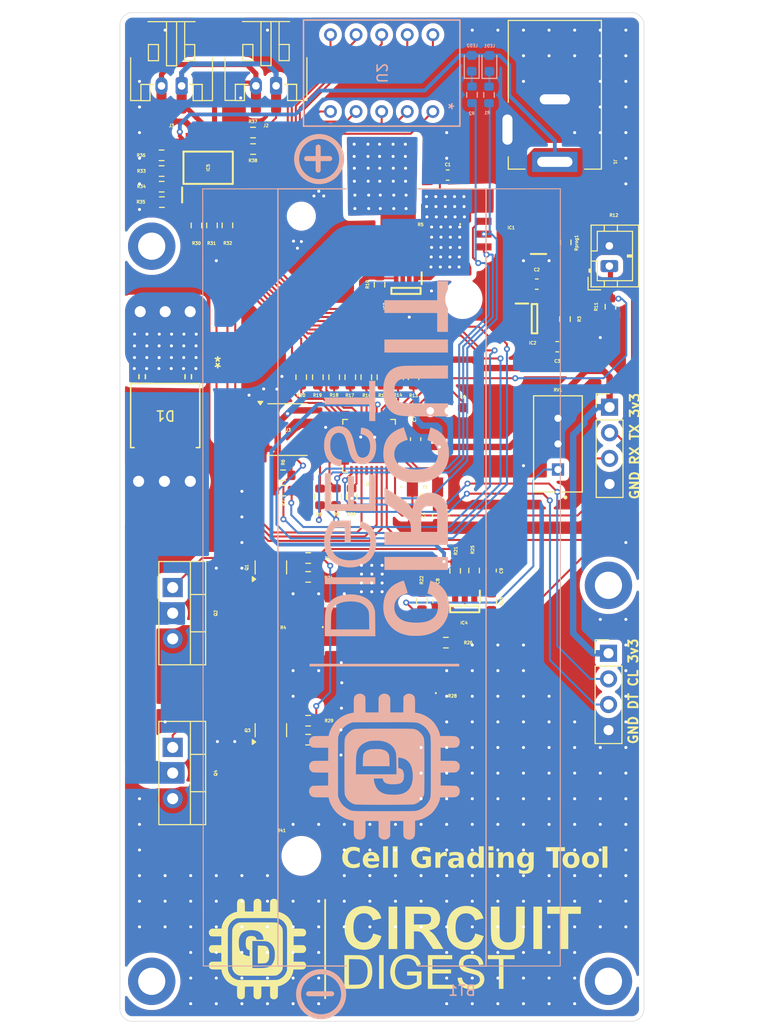
<source format=kicad_pcb>
(kicad_pcb (version 20240108) (generator "pcbnew") (generator_version "8.0")
  (layers (0 "F.Cu" signal) (31 "B.Cu" signal) (34 "B.Paste" user) (35 "F.Paste" user) (36 "B.SilkS" user "B.Silkscreen") (37 "F.SilkS" user "F.Silkscreen") (38 "B.Mask" user) (39 "F.Mask" user) (44 "Edge.Cuts" user))
  (net 0 "")
  (net 1 "+BATT")
  (net 2 "GND")
  (net 3 "Net-(U1-PC15)")
  (net 4 "Net-(U1-PC14)")
  (net 5 "VCC")
  (net 6 "VBUS")
  (net 7 "Net-(U1-PF2)")
  (net 8 "+3.3V")
  (net 9 "Net-(C9-Pad2)")
  (net 10 "/SCL")
  (net 11 "/SDA")
  (net 12 "/ALRT")
  (net 13 "/CHR_STBY")
  (net 14 "/CHRG")
  (net 15 "/CHR_EN")
  (net 16 "Net-(LED1-K)")
  (net 17 "Net-(LED2-K)")
  (net 18 "/ADC0")
  (net 19 "/DAC")
  (net 20 "/RX")
  (net 21 "/DE")
  (net 22 "/TX")
  (net 23 "/RX1")
  (net 24 "/SWDIO")
  (net 26 "/TX1")
  (net 27 "/DP_G")
  (net 28 "/DP_DP")
  (net 29 "/DP_A")
  (net 30 "/DP_D")
  (net 31 "/DP_DG2")
  (net 32 "/DP_C")
  (net 33 "/DP_F")
  (net 34 "/SWCLK")
  (net 36 "/DP_B")
  (net 37 "/DP_DG1")
  (net 38 "/DP_E")
  (net 39 "Net-(IC2-SENSE{slash}ADJ)")
  (net 40 "Net-(IC4-+)")
  (net 41 "Net-(IC4-VOUT.)")
  (net 42 "Net-(D1-K)")
  (net 43 "Net-(IC1-PROG)")
  (net 44 "Net-(U1-PA11{slash}PA9)")
  (net 45 "Net-(IC4--)")
  (net 46 "Net-(IC5-RO)")
  (net 47 "Net-(IC5-DE)")
  (net 48 "Net-(IC5-DI)")
  (net 49 "Net-(IC5-B)")
  (net 50 "Net-(IC5-A)")
  (net 51 "Net-(Q1-C)")
  (net 52 "Net-(Q1-E)")
  (net 53 "Net-(Q1-B)")
  (net 54 "Net-(U2-E)")
  (net 55 "Net-(U2-D)")
  (net 56 "Net-(U2-C)")
  (net 57 "Net-(U2-G)")
  (net 58 "Net-(U2-DP)")
  (net 59 "Net-(U2-F)")
  (net 60 "Net-(U2-B)")
  (net 61 "Net-(U2-A)")
  (net 62 "Net-(R22-Pad2)")
  (net 63 "Net-(R25-Pad2)")
  (net 64 "Net-(U1-PA12{slash}PA10)")
  (net 65 "Net-(U1-PA15)")
  (net 66 "Net-(Q3-C)")
  (net 67 "Net-(Q3-E)")
  (net 68 "Net-(Q3-B)")
  (net 69 "Net-(R26-Pad2)")
  (footprint "FoorprintLibrary:R_0603_1608Metric" (layer "F.Cu") (at -6.795 3.295)
    (property "Reference" "R27")
    (property "Value" "2.2K")
  )
  (footprint "FoorprintLibrary:R_0603_1608Metric" (layer "F.Cu") (at -5.835 -14.63375 -90)
    (property "Reference" "R19")
    (property "Value" "1K")
  )
  (footprint "FoorprintLibrary:R_0603_1608Metric" (layer "F.Cu") (at 0.575 -14.63375 90)
    (property "Reference" "R15")
    (property "Value" "1K")
  )
  (footprint "FoorprintLibrary:WSHP2818R0200FEA" (layer "F.Cu") (at 1.775 16.735 180)
    (property "Reference" "R28")
    (property "Value" ".01 5W" (hide yes))
  )
  (footprint "FoorprintLibrary:C_0603_1608Metric" (layer "F.Cu") (at 11.36 4.535 -90)
    (property "Reference" "C9")
    (property "Value" "100n")
  )
  (footprint "FoorprintLibrary:R_0603_1608Metric" (layer "F.Cu") (at -4.215 -14.63375 -90)
    (property "Reference" "R18")
    (property "Value" "1K")
  )
  (footprint "FoorprintLibrary:R_0603_1608Metric" (layer "F.Cu") (at 9.67 4.535 90)
    (property "Reference" "R25")
    (property "Value" "100")
  )
  (footprint "FoorprintLibrary:" (layer "F.Cu") (at -18.5 -21.13)
    (property "Reference" "")
    (property "Value" "")
  )
  (footprint "FoorprintLibrary:C_0603_1608Metric" (layer "F.Cu") (at 3.56 -0.875 -90)
    (property "Reference" "C4")
    (property "Value" "12.5pf")
  )
  (footprint "FoorprintLibrary:JST_PH_S2B-PH-SM4-TB_1x02-1MP_P2.00mm_Horizontal" (layer "F.Cu") (at -10.98 -45.38 180)
    (property "Reference" "J2")
    (property "Value" "Conn_01x02")
  )
  (footprint "FoorprintLibrary:R_0603_1608Metric" (layer "F.Cu") (at -6.795 5.165 180)
    (property "Reference" "R24")
    (property "Value" "270K")
  )
  (footprint "FoorprintLibrary:TO-220-3_Vertical" (layer "F.Cu") (at -20.24 6.22 -90)
    (property "Reference" "Q2")
    (property "Value" "IRF540N")
  )
  (footprint "FoorprintLibrary:R_0603_1608Metric" (layer "F.Cu") (at 3.665 -14.63375 90)
    (property "Reference" "R13")
    (property "Value" "1K")
  )
  (footprint "FoorprintLibrary:QFN-32-1EP_5x5mm_P0.5mm_EP3.45x3.45mm" (layer "F.Cu") (at -0.75 -7.83375 180)
    (property "Reference" "U1")
    (property "Value" "STM32G071KBUx")
  )
  (footprint "FoorprintLibrary:MountingHole_2.7mm_M2.5_DIN965_Pad" (layer "F.Cu") (at 23 45.26)
    (property "Reference" "REF**" (hide yes))
    (property "Value" "MountingHole_2.7mm_M2.5_DIN965_Pad")
  )
  (footprint "FoorprintLibrary:" (layer "F.Cu") (at -18.49 -4.31)
    (property "Reference" "")
    (property "Value" "")
  )
  (footprint "FoorprintLibrary:R_0603_1608Metric" (layer "F.Cu") (at 2.125 -14.63375 90)
    (property "Reference" "R14")
    (property "Value" "1K")
  )
  (footprint "FoorprintLibrary:SOT95P280X100-5N" (layer "F.Cu") (at 15.665 -20.435)
    (property "Reference" "IC2")
    (property "Value" "ADP7118AUJZ-3.3-R7" (hide yes))
  )
  (footprint "FoorprintLibrary:SOIC-8_3.9x4.9mm_P1.27mm" (layer "F.Cu") (at -8.84 -9.43875)
    (property "Reference" "U3")
    (property "Value" "24CS32")
  )
  (footprint "FoorprintLibrary:C_0603_1608Metric" (layer "F.Cu") (at 6.1 7.575 -90)
    (property "Reference" "C8")
    (property "Value" "100n")
  )
  (footprint "FoorprintLibrary:C_0603_1608Metric" (layer "F.Cu") (at 15.89 -23.86)
    (property "Reference" "C2")
    (property "Value" "2.2uF")
  )
  (footprint "FoorprintLibrary:R_0603_1608Metric" (layer "F.Cu") (at -7.485 -14.63375 -90)
    (property "Reference" "R20")
    (property "Value" "1K")
  )
  (footprint "FoorprintLibrary:R_0603_1608Metric" (layer "F.Cu") (at -9.26 -3.39)
    (property "Reference" "R7")
    (property "Value" "10K")
  )
  (footprint "FoorprintLibrary:WSHP2818R0200FEA" (layer "F.Cu") (at -9.445 26.115 180)
    (property "Reference" "R41")
    (property "Value" ".01 5W" (hide yes))
  )
  (footprint "FoorprintLibrary:R_0603_1608Metric" (layer "F.Cu") (at -21.33 -33.52)
    (property "Reference" "R34")
    (property "Value" "10K")
  )
  (footprint "FoorprintLibrary:R_0603_1608Metric" (layer "F.Cu") (at -2.48 -2.78 -90)
    (property "Reference" "R39")
    (property "Value" "1K")
  )
  (footprint "FoorprintLibrary:R_0603_1608Metric" (layer "F.Cu") (at -5.62 -2.765 -90)
    (property "Reference" "R8")
    (property "Value" "1K")
  )
  (footprint "FoorprintLibrary:BarrelJack_Kycon_KLDX-0202-xC_Horizontal" (layer "F.Cu") (at 17.68 -35.98 -90)
    (property "Reference" "J1")
    (property "Value" "Barrel_Jack_Switch")
  )
  (footprint "FoorprintLibrary:R_0603_1608Metric" (layer "F.Cu") (at -21.34 -36.63)
    (property "Reference" "R36")
    (property "Value" "20K")
  )
  (footprint "FoorprintLibrary:R_0603_1608Metric" (layer "F.Cu") (at -17.88 -29.68 90)
    (property "Reference" "R30")
    (property "Value" "1K")
  )
  (footprint "FoorprintLibrary:LOGO" (layer "F.Cu") (at 1.8 42.06)
    (property "Reference" "G***" (hide yes))
    (property "Value" "LOGO" (hide yes))
  )
  (footprint "FoorprintLibrary:R_0603_1608Metric" (layer "F.Cu") (at -16.34 -29.68 90)
    (property "Reference" "R31")
    (property "Value" "1K")
  )
  (footprint "FoorprintLibrary:R_0603_1608Metric" (layer "F.Cu") (at 0.2875 -23.8 -90)
    (property "Reference" "R10")
    (property "Value" "10K")
  )
  (footprint "FoorprintLibrary:WSHP2818R0200FEA" (layer "F.Cu") (at 4.1875 -29.76 180)
    (property "Reference" "R5")
    (property "Value" "0.01R" (hide yes))
  )
  (footprint "FoorprintLibrary:R_0603_1608Metric" (layer "F.Cu") (at -9.28 -4.91)
    (property "Reference" "R6")
    (property "Value" "10K")
  )
  (footprint "FoorprintLibrary:" (layer "F.Cu") (at -23.46 -21.13)
    (property "Reference" "")
    (property "Value" "")
  )
  (footprint "FoorprintLibrary:MountingHole_2.7mm_M2.5_DIN965_Pad" (layer "F.Cu") (at -22.32 45.26)
    (property "Reference" "REF**" (hide yes))
    (property "Value" "MountingHole_2.7mm_M2.5_DIN965_Pad")
  )
  (footprint "FoorprintLibrary:C_0603_1608Metric" (layer "F.Cu") (at 7.05 -34.67)
    (property "Reference" "C1")
    (property "Value" "10uF")
  )
  (footprint "FoorprintLibrary:R_0603_1608Metric" (layer "F.Cu") (at -6.795 21.305 180)
    (property "Reference" "R40")
    (property "Value" "270K")
  )
  (footprint "FoorprintLibrary:TO252_DIO" (layer "F.Cu") (at -20.98 -10.8283 180)
    (property "Reference" "D1")
    (property "Value" "SDT30B100D1-13")
  )
  (footprint "FoorprintLibrary:R_0603_1608Metric" (layer "F.Cu") (at -6.795 19.425)
    (property "Reference" "R29")
    (property "Value" "2.2K")
  )
  (footprint "FoorprintLibrary:TRIM_3296W-1-104" (layer "F.Cu") (at 17.99328 -8.0194 90)
    (property "Reference" "RV1")
    (property "Value" "200R")
  )
  (footprint "FoorprintLibrary:TO-220-3_Vertical" (layer "F.Cu") (at -20.24 22.07 -90)
    (property "Reference" "Q4")
    (property "Value" "IRF540N")
  )
  (footprint "FoorprintLibrary:C_0603_1608Metric" (layer "F.Cu") (at 17.92 -17.655 180)
    (property "Reference" "C3")
    (property "Value" "NC")
  )
  (footprint "FoorprintLibrary:MountingHole_2.7mm_M2.5_DIN965_Pad" (layer "F.Cu") (at 23 6)
    (property "Reference" "REF**" (hide yes))
    (property "Value" "MountingHole_2.7mm_M2.5_DIN965_Pad")
  )
  (footprint "FoorprintLibrary:R_0603_1608Metric" (layer "F.Cu") (at -1.025 -14.63375 90)
    (property "Reference" "R16")
    (property "Value" "1K")
  )
  (footprint "FoorprintLibrary:C_0603_1608Metric" (layer "F.Cu") (at 3.87 -8.49375 90)
    (property "Reference" "C7")
    (property "Value" "100n")
  )
  (footprint "FoorprintLibrary:C_0603_1608Metric" (layer "F.Cu") (at 6.05 -0.91 -90)
    (property "Reference" "C5")
    (property "Value" "12.5pf")
  )
  (footprint "FoorprintLibrary:R_0603_1608Metric" (layer "F.Cu") (at -2.615 -14.63375 90)
    (property "Reference" "R17")
    (property "Value" "1K")
  )
  (footprint "FoorprintLibrary:" (layer "F.Cu") (at -20.98 -21.13)
    (property "Reference" "")
    (property "Value" "")
  )
  (footprint "FoorprintLibrary:PinHeader_1x04_P2.54mm_Vertical" (layer "F.Cu") (at 23.00986 12.7381)
    (property "Reference" "J4" (hide yes))
    (property "Value" "Conn_01x04")
  )
  (footprint "FoorprintLibrary:MountingHole_2.7mm_M2.5_DIN965_Pad" (layer "F.Cu") (at -22.32 -27.62)
    (property "Reference" "REF**" (hide yes))
    (property "Value" "MountingHole_2.7mm_M2.5_DIN965_Pad")
  )
  (footprint "FoorprintLibrary:SOIC127P600X175-8N" (layer "F.Cu") (at -16.72 -35.4 90)
    (property "Reference" "IC5")
    (property "Value" "SP485REN-L_TR" (hide yes))
  )
  (footprint "FoorprintLibrary:SOT-23" (layer "F.Cu") (at -10.495 20.3675 90)
    (property "Reference" "Q3")
    (property "Value" "S8050")
  )
  (footprint "FoorprintLibrary:R_0603_1608Metric" (layer "F.Cu") (at 7.79 4.565 -90)
    (property "Reference" "R21")
    (property "Value" "1K")
  )
  (footprint "FoorprintLibrary:R_0603_1608Metric" (layer "F.Cu") (at 4.49 7.565 -90)
    (property "Reference" "R22")
    (property "Value" "909")
  )
  (footprint "FoorprintLibrary:JST_PH_B2B-PH-K_1x02_P2.00mm_Vertical" (layer "F.Cu") (at 23.09 -25.65 90)
    (property "Reference" "R12")
    (property "Value" "NTC")
  )
  (footprint "FoorprintLibrary:SOIC127P600X175-9N" (layer "F.Cu") (at 13.348 -29.455 180)
    (property "Reference" "IC1")
    (property "Value" "TP4056" (hide yes))
  )
  (footprint "FoorprintLibrary:R_0603_1608Metric" (layer "F.Cu") (at 18.685 -20.395 -90)
    (property "Reference" "R3")
    (property "Value" "0")
  )
  (footprint "FoorprintLibrary:Tactile 3x4x2mm TS-A010" (layer "F.Cu") (at 6.22 -11.29375 90)
    (property "Reference" "SW1")
    (property "Value" "RST")
  )
  (footprint "FoorprintLibrary:WSHP2818R0200FEA" (layer "F.Cu") (at -9.445 10.195 180)
    (property "Reference" "R4")
    (property "Value" ".01 5W" (hide yes))
  )
  (footprint "FoorprintLibrary:PinHeader_1x04_P2.54mm_Vertical" (layer "F.Cu") (at 23.114 -11.66114)
    (property "Reference" "J5" (hide yes))
    (property "Value" "Conn_01x04")
  )
  (footprint "FoorprintLibrary:SOT95P280X145-5N" (layer "F.Cu") (at 8.74 8.345 -90)
    (property "Reference" "IC4")
    (property "Value" "MCP6486T-E_OT" (hide yes))
  )
  (footprint "FoorprintLibrary:JST_PH_S2B-PH-SM4-TB_1x02-1MP_P2.00mm_Horizontal" (layer "F.Cu") (at -20.35 -45.37 180)
    (property "Reference" "J3")
    (property "Value" "Conn_01x02")
  )
  (footprint "FoorprintLibrary:R_0603_1608Metric" (layer "F.Cu") (at -21.335 -35.07)
    (property "Reference" "R33")
    (property "Value" "10K")
  )
  (footprint "FoorprintLibrary:SOT65P280X110-8N" (layer "F.Cu") (at 2.9125 -23.1875 -90)
    (property "Reference" "IC3")
    (property "Value" "INA236BIDDFR" (hide yes))
  )
  (footprint "FoorprintLibrary:R_0603_1608Metric" (layer "F.Cu") (at 18.76 -28 -90)
    (property "Reference" "Rprog1")
    (property "Value" "1.2K")
  )
  (footprint "FoorprintLibrary:R_0603_1608Metric" (layer "F.Cu") (at -12.265 -38.89 180)
    (property "Reference" "R37")
    (property "Value" "20K")
  )
  (footprint "FoorprintLibrary:C_0603_1608Metric" (layer "F.Cu") (at 8.54 -10.83375 90)
    (property "Reference" "C6")
    (property "Value" "0.1uF")
  )
  (footprint "FoorprintLibrary:ECS327734BCTR" (layer "F.Cu") (at 4.8 -3.74)
    (property "Reference" "Y1")
    (property "Value" "32.768KHz" (hide yes))
  )
  (footprint "FoorprintLibrary:R_0603_1608Metric" (layer "F.Cu") (at 6.87 11.685 180)
    (property "Reference" "R26")
    (property "Value" "10K")
  )
  (footprint "FoorprintLibrary:R_0603_1608Metric" (layer "F.Cu") (at -4.03 -2.785 -90)
    (property "Reference" "R9")
    (property "Value" "1K")
  )
  (footprint "FoorprintLibrary:R_0603_1608Metric" (layer "F.Cu") (at 23.2 -21.62 90)
    (property "Reference" "R11")
    (property "Value" "10K")
  )
  (footprint "FoorprintLibrary:" (layer "F.Cu") (at -23.62 -4.31)
    (property "Reference" "")
    (property "Value" "")
  )
  (footprint "FoorprintLibrary:R_0603_1608Metric" (layer "F.Cu") (at -12.26 -37.25)
    (property "Reference" "R38")
    (property "Value" "120R")
  )
  (footprint "FoorprintLibrary:R_0603_1608Metric" (layer "F.Cu") (at -14.805 -29.69 90)
    (property "Reference" "R32")
    (property "Value" "1K")
  )
  (footprint "FoorprintLibrary:R_0603_1608Metric" (layer "F.Cu") (at 11.38 7.625 90)
    (property "Reference" "R23")
    (property "Value" "1K")
  )
  (footprint "FoorprintLibrary:SOT-23" (layer "F.Cu") (at -10.495 4.2275 90)
    (property "Reference" "Q1")
    (property "Value" "S8050")
  )
  (footprint "FoorprintLibrary:" (layer "F.Cu") (at -21.055 -4.31)
    (property "Reference" "")
    (property "Value" "")
  )
  (footprint "FoorprintLibrary:R_0603_1608Metric" (layer "F.Cu") (at -21.31 -31.99)
    (property "Reference" "R35")
    (property "Value" "10K")
  )
  (footprint "FoorprintLibrary:BAT_1042" (layer "B.Cu") (at 0.53 5.22 180)
    (property "Reference" "BT1")
    (property "Value" "Battery_Cell")
  )
  (footprint "FoorprintLibrary:LED_0603_1608Metric" (layer "B.Cu") (at 9.43 -45.75 90)
    (property "Reference" "LED2")
    (property "Value" "CHG")
  )
  (footprint "FoorprintLibrary:R_0603_1608Metric" (layer "B.Cu") (at 9.46 -42.63 -90)
    (property "Reference" "R2")
    (property "Value" "1.3K")
  )
  (footprint "FoorprintLibrary:LTD-2601G_LTO" (layer "B.Cu") (at 0.53 -44.78 90)
    (property "Reference" "U2")
    (property "Value" "LTD-2601G")
  )
  (footprint "FoorprintLibrary:R_0603_1608Metric" (layer "B.Cu") (at 11.15 -42.62 -90)
    (property "Reference" "R1")
    (property "Value" "1.3K")
  )
  (footprint "FoorprintLibrary:LED_0603_1608Metric" (layer "B.Cu") (at 11.19 -45.74 90)
    (property "Reference" "LED1")
    (property "Value" "CHG")
  )
  (footprint "FoorprintLibrary:LOGO" (layer "B.Cu") (at 0.77 3.55 90)
    (property "Reference" "G***" (hide yes))
    (property "Value" "LOGO" (hide yes))
  )
  (gr_line (start 26.529999 -49.660001) (end 26.529999 48.100001) (stroke (width 0.05)) (layer "Edge.Cuts"))
  (gr_line (start 25.41 -50.78) (end -24.35 -50.779999) (stroke (width 0.05)) (layer "Edge.Cuts"))
  (gr_arc (start 26.529999 48.100001) (mid 26.16865 48.85865) (end 25.41 49.22) (stroke (width 0.05)) (layer "Edge.Cuts"))
  (gr_arc (start -25.469999 -49.66) (mid -25.10865 -50.41865) (end -24.35 -50.779999) (stroke (width 0.05)) (layer "Edge.Cuts"))
  (gr_arc (start -24.350001 49.219999) (mid -25.10865 48.85865) (end -25.47 48.1) (stroke (width 0.05)) (layer "Edge.Cuts"))
  (gr_line (start 25.41 49.22) (end -24.350001 49.219999) (stroke (width 0.05)) (layer "Edge.Cuts"))
  (gr_arc (start 25.41 -50.78) (mid 26.16865 -50.418651) (end 26.529999 -49.660001) (stroke (width 0.05)) (layer "Edge.Cuts"))
  (gr_line (start -25.47 48.1) (end -25.469999 -49.66) (stroke (width 0.05)) (layer "Edge.Cuts"))
  (gr_text "Cell Grading Tool" (at -3.55 34.34 0) (layer "F.SilkS") (effects (font (size 2 2) (thickness 0.3) (bold yes)) (justify left bottom)))
  (gr_text "GND DT CL 3v3" (at 25.99 21.85 90) (layer "F.SilkS") (effects (font (size 0.9 0.9) (thickness 0.2) (bold yes)) (justify left bottom)))
  (gr_text "GND RX TX 3v3" (at 26.14 -2.41 90) (layer "F.SilkS") (effects (font (size 0.9 0.9) (thickness 0.2) (bold yes)) (justify left bottom)))
  (segment (start 3.2375 -24.4375) (end 3.2375 -26.8125) (width 0.381) (layer "F.Cu") (net 1))
  (segment (start 3.2375 -26.8125) (end 2.9 -27.15) (width 0.381) (layer "F.Cu") (net 1))
  (via (at 2.85 -37.73) (size 0.6) (drill 0.3) (layers "F.Cu" "B.Cu") (net 1))
  (via (at 1.65 -34.06) (size 0.6) (drill 0.3) (layers "F.Cu" "B.Cu") (net 1))
  (via (at 0.31 -34.06) (size 0.6) (drill 0.3) (layers "F.Cu" "B.Cu") (net 1))
  (via (at -2.16 -31.35) (size 0.6) (drill 0.3) (layers "F.Cu" "B.Cu") (net 1))
  (via (at 1.7 -32.68) (size 0.6) (drill 0.3) (layers "F.Cu" "B.Cu") (net 1))
  (via (at -2.23 -37.73) (size 0.6) (drill 0.3) (layers "F.Cu" "B.Cu") (net 1))
  (via (at -2.21 -34.06) (size 0.6) (drill 0.3) (layers "F.Cu" "B.Cu") (net 1))
  (via (at -2.16 -32.68) (size 0.6) (drill 0.3) (layers "F.Cu" "B.Cu") (net 1))
  (via (at 1.63 -37.73) (size 0.6) (drill 0.3) (layers "F.Cu" "B.Cu") (net 1))
  (via (at 1.63 -36.52) (size 0.6) (drill 0.3) (layers "F.Cu" "B.Cu") (net 1))
  (via (at -0.86 -37.73) (size 0.6) (drill 0.3) (layers "F.Cu" "B.Cu") (net 1))
  (via (at 2.85 -36.52) (size 0.6) (drill 0.3) (layers "F.Cu" "B.Cu") (net 1))
  (via (at 0.36 -31.35) (size 0.6) (drill 0.3) (layers "F.Cu" "B.Cu") (net 1))
  (via (at -0.84 -34.06) (size 0.6) (drill 0.3) (layers "F.Cu" "B.Cu") (net 1))
  (via (at 2.87 -35.35) (size 0.6) (drill 0.3) (layers "F.Cu" "B.Cu") (net 1))
  (via (at 0.31 -35.35) (size 0.6) (drill 0.3) (layers "F.Cu" "B.Cu") (net 1))
  (via (at -2.23 -36.52) (size 0.6) (drill 0.3) (layers "F.Cu" "B.Cu") (net 1))
  (via (at -0.86 -36.52) (size 0.6) (drill 0.3) (layers "F.Cu" "B.Cu") (net 1))
  (via (at -2.21 -35.35) (size 0.6) (drill 0.3) (layers "F.Cu" "B.Cu") (net 1))
  (via (at -0.84 -35.35) (size 0.6) (drill 0.3) (layers "F.Cu" "B.Cu") (net 1))
  (via (at 2.87 -34.06) (size 0.6) (drill 0.3) (layers "F.Cu" "B.Cu") (net 1))
  (via (at 2.92 -31.35) (size 0.6) (drill 0.3) (layers "F.Cu" "B.Cu") (net 1))
  (via (at 0.29 -37.73) (size 0.6) (drill 0.3) (layers "F.Cu" "B.Cu") (net 1))
  (via (at 1.7 -31.35) (size 0.6) (drill 0.3) (layers "F.Cu" "B.Cu") (net 1))
  (via (at 0.36 -32.68) (size 0.6) (drill 0.3) (layers "F.Cu" "B.Cu") (net 1))
  (via (at 1.65 -35.35) (size 0.6) (drill 0.3) (layers "F.Cu" "B.Cu") (net 1))
  (via (at -0.79 -32.68) (size 0.6) (drill 0.3) (layers "F.Cu" "B.Cu") (net 1))
  (via (at 0.29 -36.52) (size 0.6) (drill 0.3) (layers "F.Cu" "B.Cu") (net 1))
  (via (at 2.92 -32.68) (size 0.6) (drill 0.3) (layers "F.Cu" "B.Cu") (net 1))
  (via (at -0.79 -31.35) (size 0.6) (drill 0.3) (layers "F.Cu" "B.Cu") (net 1))
  (segment (start 5.11 4.6) (end 3.93 3.42) (width 0.2) (layer "F.Cu") (net 2))
  (segment (start 2.871 -23.459) (end 5.169 -23.459) (width 0.2) (layer "F.Cu") (net 2))
  (segment (start 5.169 -23.459) (end 5.442 -23.186) (width 0.2) (layer "F.Cu") (net 2))
  (segment (start 2.685 -8.08375) (end 3.87 -9.26875) (width 0.2) (layer "F.Cu") (net 2))
  (segment (start 6.22 -9.19375) (end 3.945 -9.19375) (width 0.2) (layer "F.Cu") (net 2))
  (segment (start 7.965 -9.19375) (end 6.22 -9.19375) (width 0.2) (layer "F.Cu") (net 2))
  (segment (start 1.6875 -8.08375) (end 2.685 -8.08375) (width 0.2) (layer "F.Cu") (net 2))
  (segment (start 3.2375 -20.5925) (end 3.24 -20.59) (width 0.2) (layer "F.Cu") (net 2))
  (segment (start -5.95125 -9.66) (end -6.365 -10.07375) (width 0.2) (layer "F.Cu") (net 2))
  (segment (start 2.5875 -24.4375) (end 2.5875 -23.7425) (width 0.2) (layer "F.Cu") (net 2))
  (segment (start 8.574 4.6) (end 5.11 4.6) (width 0.2) (layer "F.Cu") (net 2))
  (segment (start 2.5875 -23.7425) (end 2.871 -23.459) (width 0.2) (layer "F.Cu") (net 2))
  (segment (start -5.06 -9.66) (end -5.95125 -9.66) (width 0.2) (layer "F.Cu") (net 2))
  (segment (start 8.54 -9.76875) (end 7.965 -9.19375) (width 0.2) (layer "F.Cu") (net 2))
  (segment (start 8.74 4.766) (end 8.574 4.6) (width 0.2) (layer "F.Cu") (net 2))
  (segment (start 3.945 -9.19375) (end 3.87 -9.26875) (width 0.2) (layer "F.Cu") (net 2))
  (segment (start 3.2375 -21.9375) (end 3.2375 -20.5925) (width 0.2) (layer "F.Cu") (net 2))
  (segment (start 1.6875 -8.08375) (end -0.5 -8.08375) (width 0.2) (layer "F.Cu") (net 2))
  (segment (start -0.5 -8.08375) (end -0.75 -7.83375) (width 0.2) (layer "F.Cu") (net 2))
  (segment (start 8.54 -10.05875) (end 8.54 -9.76875) (width 0.2) (layer "F.Cu") (net 2))
  (segment (start 8.74 7.095) (end 8.74 4.766) (width 0.2) (layer "F.Cu") (net 2))
  (via (at -1.51 5.77) (size 0.6) (drill 0.3) (layers "F.Cu" "B.Cu") (net 2))
  (via (at -5.74 -33.07) (size 0.6) (drill 0.3) (layers "F.Cu" "B.Cu") (net 2))
  (via (at -7.86 -27.42) (size 0.6) (drill 0.3) (layers "F.Cu" "B.Cu") (net 2))
  (via (at 17.11 34.78) (size 0.6) (drill 0.3) (layers "F.Cu" "B.Cu") (net 2))
  (via (at -13.37 34.78) (size 0.6) (drill 0.3) (layers "F.Cu" "B.Cu") (net 2))
  (via (at -15.91 39.86) (size 0.6) (drill 0.3) (layers "F.Cu" "B.Cu") (net 2))
  (via (at 14.57 47.48) (size 0.6) (drill 0.3) (layers "F.Cu" "B.Cu") (net 2))
  (via (at 4.41 29.7) (size 0.6) (drill 0.3) (layers "F.Cu" "B.Cu") (net 2))
  (via (at 0.54 6.64) (size 0.6) (drill 0.3) (layers "F.Cu" "B.Cu") (net 2))
  (via (at 6.95 32.24) (size 0.6) (drill 0.3) (layers "F.Cu" "B.Cu") (net 2))
  (via (at -14.08 21.49) (size 0.6) (drill 0.3) (layers "F.Cu" "B.Cu") (net 2))
  (via (at 14.57 -26.18) (size 0.6) (drill 0.3) (layers "F.Cu" "B.Cu") (net 2))
  (via (at 9.49 37.32) (size 0.6) (drill 0.3) (layers "F.Cu" "B.Cu") (net 2))
  (via (at 12.03 42.4) (size 0.6) (drill 0.3) (layers "F.Cu" "B.Cu") (net 2))
  (via (at -0.475 4.89) (size 0.6) (drill 0.3) (layers "F.Cu" "B.Cu") (net 2))
  (via (at -20.99 19.54) (size 0.6) (drill 0.3) (layers "F.Cu" "B.Cu") (net 2))
  (via (at 22.19 -18.56) (size 0.6) (drill 0.3) (layers "F.Cu" "B.Cu") (net 2))
  (via (at 6.95 14.46) (size 0.6) (drill 0.3) (layers "F.Cu" "B.Cu") (net 2))
  (via (at 1.87 32.24) (size 0.6) (drill 0.3) (layers "F.Cu" "B.Cu") (net 2))
  (via (at -0.485 6.64) (size 0.6) (drill 0.3) (layers "F.Cu" "B.Cu") (net 2))
  (via (at 17.11 39.86) (size 0.6) (drill 0.3) (layers "F.Cu" "B.Cu") (net 2))
  (via (at 6.95 24.62) (size 0.6) (drill 0.3) (layers "F.Cu" "B.Cu") (net 2))
  (via (at 1.87 34.78) (size 0.6) (drill 0.3) (layers "F.Cu" "B.Cu") (net 2))
  (via (at -0.67 29.7) (size 0.6) (drill 0.3) (layers "F.Cu" "B.Cu") (net 2))
  (via (at 6.95 29.7) (size 0.6) (drill 0.3) (layers "F.Cu" "B.Cu") (net 2))
  (via (at 24.73 14.46) (size 0.6) (drill 0.3) (layers "F.Cu" "B.Cu") (net 2))
  (via (at -13.37 44.94) (size 0.6) (drill 0.3) (layers "F.Cu" "B.Cu") (net 2))
  (via (at -3.54 22.83) (size 0.6) (drill 0.3) (layers "F.Cu" "B.Cu") (net 2))
  (via (at 19.65 42.4) (size 0.6) (drill 0.3) (layers "F.Cu" "B.Cu") (net 2))
  (via (at -23.53 -36.34) (size 0.6) (drill 0.3) (layers "F.Cu" "B.Cu") (net 2))
  (via (at -3.21 34.78) (size 0.6) (drill 0.3) (layers "F.Cu" "B.Cu") (net 2))
  (via (at 14.57 29.7) (size 0.6) (drill 0.3) (layers "F.Cu" "B.Cu") (net 2))
  (via (at 6.95 44.94) (size 0.6) (drill 0.3) (layers "F.Cu" "B.Cu") (net 2))
  (via (at 0.54 5.77) (size 0.6) (drill 0.3) (layers "F.Cu" "B.Cu") (net 2))
  (via (at -15.91 34.78) (size 0.6) (drill 0.3) (layers "F.Cu" "B.Cu") (net 2))
  (via (at 14.57 27.16) (size 0.6) (drill 0.3) (layers "F.Cu" "B.Cu") (net 2))
  (via (at -1.51 6.64) (size 0.6) (drill 0.3) (layers "F.Cu" "B.Cu") (net 2))
  (via (at 24.73 -36.34) (size 0.6) (drill 0.3) (layers "F.Cu" "B.Cu") (net 2))
  (via (at 12.03 47.48) (size 0.6) (drill 0.3) (layers "F.Cu" "B.Cu") (net 2))
  (via (at 17.11 32.24) (size 0.6) (drill 0.3) (layers "F.Cu" "B.Cu") (net 2))
  (via (at 17.11 -26.18) (size 0.6) (drill 0.3) (layers "F.Cu" "B.Cu") (net 2))
  (via (at -13.37 47.48) (size 0.6) (drill 0.3) (layers "F.Cu" "B.Cu") (net 2))
  (via (at 24.73 -43.96) (size 0.6) (drill 0.3) (layers "F.Cu" "B.Cu") (net 2))
  (via (at 19.65 34.78) (size 0.6) (drill 0.3) (layers "F.Cu" "B.Cu") (net 2))
  (via (at 19.65 29.7) (size 0.6) (drill 0.3) (layers "F.Cu" "B.Cu") (net 2))
  (via (at -8.29 29.7) (size 0.6) (drill 0.3) (layers "F.Cu" "B.Cu") (net 2))
  (via (at -0.485 4.02) (size 0.6) (drill 0.3) (layers "F.Cu" "B.Cu") (net 2))
  (via (at 24.73 24.62) (size 0.6) (drill 0.3) (layers "F.Cu" "B.Cu") (net 2))
  (via (at 14.57 34.78) (size 0.6) (drill 0.3) (layers "F.Cu" "B.Cu") (net 2))
  (via (at -20.99 39.86) (size 0.6) (drill 0.3) (layers "F.Cu" "B.Cu") (net 2))
  (via (at -18.45 47.48) (size 0.6) (drill 0.3) (layers "F.Cu" "B.Cu") (net 2))
  (via (at 14.57 39.86) (size 0.6) (drill 0.3) (layers "F.Cu" "B.Cu") (net 2))
  (via (at -1.5 4.89) (size 0.6) (drill 0.3) (layers "F.Cu" "B.Cu") (net 2))
  (via (at 9.49 44.94) (size 0.6) (drill 0.3) (layers "F.Cu" "B.Cu") (net 2))
  (via (at -23.53 -43.96) (size 0.6) (drill 0.3) (layers "F.Cu" "B.Cu") (net 2))
  (via (at -18.45 34.78) (size 0.6) (drill 0.3) (layers "F.Cu" "B.Cu") (net 2))
  (via (at 22.19 32.24) (size 0.6) (drill 0.3) (layers "F.Cu" "B.Cu") (net 2))
  (via (at 17.11 24.62) (size 0.6) (drill 0.3) (layers "F.Cu" "B.Cu") (net 2))
  (via (at -3.21 32.24) (size 0.6) (drill 0.3) (layers "F.Cu" "B.Cu") (net 2))
  (via (at 12.03 22.08) (size 0.6) (drill 0.3) (layers "F.Cu" "B.Cu") (net 2))
  (via (at -20.99 37.32) (size 0.6) (drill 0.3) (layers "F.Cu" "B.Cu") (net 2))
  (via (at -15.91 44.94) (size 0.6) (drill 0.3) (layers "F.Cu" "B.Cu") (net 2))
  (via (at -15.91 47.48) (size 0.6) (drill 0.3) (layers "F.Cu" "B.Cu") (net 2))
  (via (at 17.11 -46.5) (size 0.6) (drill 0.3) (layers "F.Cu" "B.Cu") (net 2))
  (via (at -5.75 37.32) (size 0.6) (drill 0.3) (layers "F.Cu" "B.Cu") (net 2))
  (via (at 1.87 37.32) (size 0.6) (drill 0.3) (layers "F.Cu" "B.Cu") (net 2))
  (via (at 19.65 -38.88) (size 0.6) (drill 0.3) (layers "F.Cu" "B.Cu") (net 2))
  (via (at -5.75 29.7) (size 0.6) (drill 0.3) (layers "F.Cu" "B.Cu") (net 2))
  (via (at 9.49 24.62) (size 0.6) (drill 0.3) (layers "F.Cu" "B.Cu") (net 2))
  (via (at -13.49 -42.32) (size 0.6) (drill 0.3) (layers "F.Cu" "B.Cu") (net 2))
  (via (at -23.53 32.24) (size 0.6) (drill 0.3) (layers "F.Cu" "B.Cu") (net 2))
  (via (at 6.95 37.32) (size 0.6) (drill 0.3) (layers "F.Cu" "B.Cu") (net 2))
  (via (at 9.49 32.24) (size 0.6) (drill 0.3) (layers "F.Cu" "B.Cu") (net 2))
  (via (at 9.49 -49.04) (size 0.6) (drill 0.3) (layers "F.Cu" "B.Cu") (net 2))
  (via (at -5.75 42.4) (size 0.6) (drill 0.3) (layers "F.Cu" "B.Cu") (net 2))
  (via (at 22.19 37.32) (size 0.6) (drill 0.3) (layers "F.Cu" "B.Cu") (net 2))
  (via (at -12.66 -12.85) (size 0.6) (drill 0.3) (layers "F.Cu" "B.Cu") (net 2))
  (via (at 24.73 -41.42) (size 0.6) (drill 0.3) (layers "F.Cu" "B.Cu") (net 2))
  (via (at -9.9 -13.45) (size 0.6) (drill 0.3) (layers "F.Cu" "B.Cu") (net 2))
  (via (at 19.65 -46.5) (size 0.6) (drill 0.3) (layers "F.Cu" "B.Cu") (net 2))
  (via (at 12.03 17) (size 0.6) (drill 0.3) (layers "F.Cu" "B.Cu") (net 2))
  (via (at -15.91 37.32) (size 0.6) (drill 0.3) (layers "F.Cu" "B.Cu") (net 2))
  (via (at 17.11 42.4) (size 0.6) (drill 0.3) (layers "F.Cu" "B.Cu") (net 2))
  (via (at 22.19 -41.42) (size 0.6) (drill 0.3) (layers "F.Cu" "B.Cu") (net 2))
  (via (at 22.19 -49.04) (size 0.6) (drill 0.3) (layers "F.Cu" "B.Cu") (net 2))
  (via (at 19.65 27.16) (size 0.6) (drill 0.3) (layers "F.Cu" "B.Cu") (net 2))
  (via (at -23.53 39.86) (size 0.6) (drill 0.3) (layers "F.Cu" "B.Cu") (net 2))
  (via (at 24.73 9.38) (size 0.6) (drill 0.3) (layers "F.Cu" "B.Cu") (net 2))
  (via (at 9.49 39.86) (size 0.6) (drill 0.3) (layers "F.Cu" "B.Cu") (net 2))
  (via (at -8.25 -28.12) (size 0.6) (drill 0.3) (layers "F.Cu" "B.Cu") (net 2))
  (via (at 22.19 -46.5) (size 0.6) (drill 0.3) (layers "F.Cu" "B.Cu") (net 2))
  (via (at 12.03 34.78) (size 0.6) (drill 0.3) (layers "F.Cu" "B.Cu") (net 2))
  (via (at -13.37 -3.32) (size 0.6) (drill 0.3) (layers "F.Cu" "B.Cu") (net 2))
  (via (at -3.54 20.33) (size 0.6) (drill 0.3) (layers "F.Cu" "B.Cu") (net 2))
  (via (at 24.73 17) (size 0.6) (drill 0.3) (layers "F.Cu" "B.Cu") (net 2))
  (via (at -5.25 -32.6) (size 0.6) (drill 0.3) (layers "F.Cu" "B.Cu") (net 2))
  (via (at -1.51 4.02) (size 0.6) (drill 0.3) (layers "F.Cu" "B.Cu") (net 2))
  (via (at 17.11 22.08) (size 0.6) (drill 0.3) (layers "F.Cu" "B.Cu") (net 2))
  (via (at 19.65 22.08) (size 0.6) (drill 0.3) (layers "F.Cu" "B.Cu") (net 2))
  (via (at -7.47 -28.08) (size 0.6) (drill 0.3) (layers "F.Cu" "B.Cu") (net 2))
  (via (at -8.29 6.84) (size 0.6) (drill 0.3) (layers "F.Cu" "B.Cu") (net 2))
  (via (at 14.57 44.94) (size 0.6) (drill 0.3) (layers "F.Cu" "B.Cu") (net 2))
  (via (at -0.67 34.78) (size 0.6) (drill 0.3) (layers "F.Cu" "B.Cu") (net 2))
  (via (at -0.19 -8.68) (size 0.6) (drill 0.3) (layers "F.Cu" "B.Cu") (net 2))
  (via (at -18.45 42.4) (size 0.6) (drill 0.3) (layers "F.Cu" "B.Cu") (net 2))
  (via (at 19.65 37.32) (size 0.6) (drill 0.3) (layers "F.Cu" "B.Cu") (net 2))
  (via (at 6.95 39.86) (size 0.6) (drill 0.3) (layers "F.Cu" "B.Cu") (net 2))
  (via (at 12.03 11.92) (size 0.6) (drill 0.3) (layers "F.Cu" "B.Cu") (net 2))
  (via (at -23.53 -41.42) (size 0.6) (drill 0.3) (layers "F.Cu" "B.Cu") (net 2))
  (via (at 4.41 32.24) (size 0.6) (drill 0.3) (layers "F.Cu" "B.Cu") (net 2))
  (via (at 17.11 29.7) (size 0.6) (drill 0.3) (layers "F.Cu" "B.Cu") (net 2))
  (via (at 17.11 27.16) (size 0.6) (drill 0.3) (layers "F.Cu" "B.Cu") (net 2))
  (via (at 24.73 34.78) (size 0.6) (drill 0.3) (layers "F.Cu" "B.Cu") (net 2))
  (via (at 22.19 29.7) (size 0.6) (drill 0.3) (layers "F.Cu" "B.Cu") (net 2))
  (via (at 22.19 22.08) (size 0.6) (drill 0.3) (layers "F.Cu" "B.Cu") (net 2))
  (via (at 14.57 22.08) (size 0.6) (drill 0.3) (layers "F.Cu" "B.Cu") (net 2))
  (via (at -13.37 1.76) (size 0.6) (drill 0.3) (layers "F.Cu" "B.Cu") (net 2))
  (via (at -13.37 39.86) (size 0.6) (drill 0.3) (layers "F.Cu" "B.Cu") (net 2))
  (via (at 14.57 -43.96) (size 0.6) (drill 0.3) (layers "F.Cu" "B.Cu") (net 2))
  (via (at -15.91 4.3) (size 0.6) (drill 0.3) (layers "F.Cu" "B.Cu") (net 2))
  (via (at -18.45 39.86) (size 0.6) (drill 0.3) (layers "F.Cu" "B.Cu") (net 2))
  (via (at 12.03 44.94) (size 0.6) (drill 0.3) (layers "F.Cu" "B.Cu") (net 2))
  (via (at 6.95 -36.34) (size 0.6) (drill 0.3) (layers "F.Cu" "B.Cu") (net 2))
  (via (at -13.37 37.32) (size 0.6) (drill 0.3) (layers "F.Cu" "B.Cu") (net 2))
  (via (at 14.57 11.92) (size 0.6) (drill 0.3) (layers "F.Cu" "B.Cu") (net 2))
  (via (at -11.21 -13.47) (size 0.6) (drill 0.3) (layers "F.Cu" "B.Cu") (net 2))
  (via (at -23.53 -38.88) (size 0.6) (drill 0.3) (layers "F.Cu" "B.Cu") (net 2))
  (via (at 9.49 27.16) (size 0.6) (drill 0.3) (layers "F.Cu" "B.Cu") (net 2))
  (via (at 9.49 34.78) (size 0.6) (drill 0.3) (layers "F.Cu" "B.Cu") (net 2))
  (via (at 22.19 -43.96) (size 0.6) (drill 0.3) (layers "F.Cu" "B.Cu") (net 2))
  (via (at -0.67 39.86) (size 0.6) (drill 0.3) (layers "F.Cu" "B.Cu") (net 2))
  (via (at -5.75 44.94) (size 0.6) (drill 0.3) (layers "F.Cu" "B.Cu") (net 2))
  (via (at 6.95 34.78) (size 0.6) (drill 0.3) (layers "F.Cu" "B.Cu") (net 2))
  (via (at 6.95 42.4) (size 0.6) (drill 0.3) (layers "F.Cu" "B.Cu") (net 2))
  (via (at 24.73 1.76) (size 0.6) (drill 0.3) (layers "F.Cu" "B.Cu") (net 2))
  (via (at -23.53 34.78) (size 0.6) (drill 0.3) (layers "F.Cu" "B.Cu") (net 2))
  (via (at 4.41 24.62) (size 0.6) (drill 0.3) (layers "F.Cu" "B.Cu") (net 2))
  (via (at -10.83 42.4) (size 0.6) (drill 0.3) (layers "F.Cu" "B.Cu") (net 2))
  (via (at 9.49 17) (size 0.6) (drill 0.3) (layers "F.Cu" "B.Cu") (net 2))
  (via (at 6.95 19.54) (size 0.6) (drill 0.3) (layers "F.Cu" "B.Cu") (net 2))
  (via (at 4.41 37.32) (size 0.6) (drill 0.3) (layers "F.Cu" "B.Cu") (net 2))
  (via (at -3.46 15.66) (size 0.6) (drill 0.3) (layers "F.Cu" "B.Cu") (net 2))
  (via (at 6.95 -38.88) (size 0.6) (drill 0.3) (layers "F.Cu" "B.Cu") (net 2))
  (via (at 19.65 24.62) (size 0.6) (drill 0.3) (layers "F.Cu" "B.Cu") (net 2))
  (via (at 24.73 37.32) (size 0.6) (drill 0.3) (layers "F.Cu" "B.Cu") (net 2))
  (via (at 14.57 -5.86) (size 0.6) (drill 0.3) (layers "F.Cu" "B.Cu") (net 2))
  (via (at 14.57 -46.5) (size 0.6) (drill 0.3) (layers "F.Cu" "B.Cu") (net 2))
  (via (at -15.8 21.49) (size 0.6) (drill 0.3) (layers "F.Cu" "B.Cu") (net 2))
  (via (at 22.19 9.38) (size 0.6) (drill 0.3) (layers "F.Cu" "B.Cu") (net 2))
  (via (at 4.41 27.16) (size 0.6) (drill 0.3) (layers "F.Cu" "B.Cu") (net 2))
  (via (at 17.11 19.54) (size 0.6) (drill 0.3) (layers "F.Cu" "B.Cu") (net 2))
  (via (at -8.29 47.48) (size 0.6) (drill 0.3) (layers "F.Cu" "B.Cu") (net 2))
  (via (at 24.73 32.24) (size 0.6) (drill 0.3) (layers "F.Cu" "B.Cu") (net 2))
  (via (at 14.57 17) (size 0.6) (drill 0.3) (layers "F.Cu" "B.Cu") (net 2))
  (via (at -8.29 37.32) (size 0.6) (drill 0.3) (layers "F.Cu" "B.Cu") (net 2))
  (via (at -10.83 39.86) (size 0.6) (drill 0.3) (layers "F.Cu" "B.Cu") (net 2))
  (via (at -23.53 -33.8) (size 0.6) (drill 0.3) (layers "F.Cu" "B.Cu") (net 2))
  (via (at -6.22 -32.6) (size 0.6) (drill 0.3) (layers "F.Cu" "B.Cu") (net 2))
  (via (at 9.49 29.7) (size 0.6) (drill 0.3) (layers "F.Cu" "B.Cu") (net 2))
  (via (at -15.91 42.4) (size 0.6) (drill 0.3) (layers "F.Cu" "B.Cu") (net 2))
  (via (at -10.83 -49.04) (size 0.6) (drill 0.3) (layers "F.Cu" "B.Cu") (net 2))
  (via (at 14.57 19.54) (size 0.6) (drill 0.3) (layers "F.Cu" "B.Cu") (net 2))
  (via (at -23.53 29.7) (size 0.6) (drill 0.3) (layers "F.Cu" "B.Cu") (net 2))
  (via (at 12.03 32.24) (size 0.6) (drill 0.3) (layers "F.Cu" "B.Cu") (net 2))
  (via (at 14.57 42.4) (size 0.6) (drill 0.3) (layers "F.Cu" "B.Cu") (net 2))
  (via (at 6.95 47.48) (size 0.6) (drill 0.3) (layers "F.Cu" "B.Cu") (net 2))
  (via (at 14.57 37.32) (size 0.6) (drill 0.3) (layers "F.Cu" "B.Cu") (net 2))
  (via (at 24.73 -38.88) (size 0.6) (drill 0.3) (layers "F.Cu" "B.Cu") (net 2))
  (via (at -3.49 18.18) (size 0.6) (drill 0.3) (layers "F.Cu" "B.Cu") (net 2))
  (via (at -10.83 37.32) (size 0.6) (drill 0.3) (layers "F.Cu" "B.Cu") (net 2))
  (via (at 1.87 39.86) (size 0.6) (drill 0.3) (layers "F.Cu" "B.Cu") (net 2))
  (via (at 22.19 27.16) (size 0.6) (drill 0.3) (layers "F.Cu" "B.Cu") (net 2))
  (via (at 14.57 24.62) (size 0.6) (drill 0.3) (layers "F.Cu" "B.Cu") (net 2))
  (via (at -15.91 -26.18) (size 0.6) (drill 0.3) (layers "F.Cu" "B.Cu") (net 2))
  (via (at 22.19 24.62) (size 0.6) (drill 0.3) (layers "F.Cu" "B.Cu") (net 2))
  (via (at 12.03 37.32) (size 0.6) (drill 0.3) (layers "F.Cu" "B.Cu") (net 2))
  (via (at 24.73 22.08) (size 0.6) (drill 0.3) (layers "F.Cu" "B.Cu") (net 2))
  (via (at 24.73 11.92) (size 0.6) (drill 0.3) (layers "F.Cu" "B.Cu") (net 2))
  (via (at -5.75 6.84) (size 0.6) (drill 0.3) (layers "F.Cu" "B.Cu") (net 2))
  (via (at 12.03 29.7) (size 0.6) (drill 0.3) (layers "F.Cu" "B.Cu") (net 2))
  (via (at -8.29 17) (size 0.6) (drill 0.3) (layers "F.Cu" "B.Cu") (net 2))
  (via (at 14.57 32.24) (size 0.6) (drill 0.3) (layers "F.Cu" "B.Cu") (net 2))
  (via (at 24.73 -33.8) (size 0.6) (drill 0.3) (layers "F.Cu" "B.Cu") (net 2))
  (via (at -3.21 29.7) (size 0.6) (drill 0.3) (layers "F.Cu" "B.Cu") (net 2))
  (via (at 12.03 19.54) (size 0.6) (drill 0.3) (layers "F.Cu" "B.Cu") (net 2))
  (via (at 22.19 -38.88) (size 0.6) (drill 0.3) (layers "F.Cu" "B.Cu") (net 2))
  (via (at -8.29 42.4) (size 0.6) (drill 0.3) (layers "F.Cu" "B.Cu") (net 2))
  (via (at -23.53 27.16) (size 0.6) (drill 0.3) (layers "F.Cu" "B.Cu") (net 2))
  (via (at 9.49 42.4) (size 0.6) (drill 0.3) (layers "F.Cu" "B.Cu") (net 2))
  (via (at 1.87 29.7) (size 0.6) (drill 0.3) (layers "F.Cu" "B.Cu") (net 2))
  (via (at -5.75 39.86) (size 0.6) (drill 0.3) (layers "F.Cu" "B.Cu") (net 2))
  (via (at 17.11 17) (size 0.6) (drill 0.3) (layers "F.Cu" "B.Cu") (net 2))
  (via (at 9.49 47.48) (size 0.6) (drill 0.3) (layers "F.Cu" "B.Cu") (net 2))
  (via (at -20.99 -49.04) (size 0.6) (drill 0.3) (layers "F.Cu" "B.Cu") (net 2))
  (via (at -9.4 -14.71) (size 0.6) (drill 0.3) (layers "F.Cu" "B.Cu") (net 2))
  (via (at 12.03 27.16) (size 0.6) (drill 0.3) (layers "F.Cu" "B.Cu") (net 2))
  (via (at -20.99 34.78) (size 0.6) (drill 0.3) (layers "F.Cu" "B.Cu") (net 2))
  (via (at -23.53 -31.26) (size 0.6) (drill 0.3) (layers "F.Cu" "B.Cu") (net 2))
  (via (at 4.41 22.08) (size 0.6) (drill 0.3) (layers "F.Cu" "B.Cu") (net 2))
  (via (at 22.19 39.86) (size 0.6) (drill 0.3) (layers "F.Cu" "B.Cu") (net 2))
  (via (at 3.24 -20.59) (size 0.6) (drill 0.3) (layers "F.Cu" "B.Cu") (net 2))
  (via (at -13.37 -0.78) (size 0.6) (drill 0.3) (layers "F.Cu" "B.Cu") (net 2))
  (via (at 4.41 39.86) (size 0.6) (drill 0.3) (layers "F.Cu" "B.Cu") (net 2))
  (via (at -5.06 -9.66) (size 0.6) (drill 0.3) (layers "F.Cu" "B.Cu") (net 2))
  (via (at -1.58 -8.7) (size 0.6) (drill 0.3) (layers "F.Cu" "B.Cu") (net 2))
  (via (at 4.41 34.78) (size 0.6) (drill 0.3) (layers "F.Cu" "B.Cu") (net 2))
  (via (at -0.67 32.24) (size 0.6) (drill 0.3) (layers "F.Cu" "B.Cu") (net 2))
  (via (at 17.11 44.94) (size 0.6) (drill 0.3) (layers "F.Cu" "B.Cu") (net 2))
  (via (at 14.57 14.46) (size 0.6) (drill 0.3) (layers "F.Cu" "B.Cu") (net 2))
  (via (at 19.65 39.86) (size 0.6) (drill 0.3) (layers "F.Cu" "B.Cu") (net 2))
  (via (at 24.73 27.16) (size 0.6) (drill 0.3) (layers "F.Cu" "B.Cu") (net 2))
  (via (at 12.03 24.62) (size 0.6) (drill 0.3) (layers "F.Cu" "B.Cu") (net 2))
  (via (at -5.75 14.46) (size 0.6) (drill 0.3) (layers "F.Cu" "B.Cu") (net 2))
  (via (at 17.11 37.32) (size 0.6) (drill 0.3) (layers "F.Cu" "B.Cu") (net 2))
  (via (at -3.21 39.86) (size 0.6) (drill 0.3) (layers "F.Cu" "B.Cu") (net 2))
  (via (at -8.29 44.94) (size 0.6) (drill 0.3) (layers "F.Cu" "B.Cu") (net 2))
  (via (at 17.11 47.48) (size 0.6) (drill 0.3) (layers "F.Cu" "B.Cu") (net 2))
  (via (at 6.95 27.16) (size 0.6) (drill 0.3) (layers "F.Cu" "B.Cu") (net 2))
  (via (at 9.49 19.54) (size 0.6) (drill 0.3) (layers "F.Cu" "B.Cu") (net 2))
  (via (at 9.49 22.08) (size 0.6) (drill 0.3) (layers "F.Cu" "B.Cu") (net 2))
  (via (at -3.21 6.84) (size 0.6) (drill 0.3) (layers "F.Cu" "B.Cu") (net 2))
  (via (at -18.45 37.32) (size 0.6) (drill 0.3) (layers "F.Cu" "B.Cu") (net 2))
  (via (at -3.51 13.67) (size 0.6) (drill 0.3) (layers "F.Cu" "B.Cu") (net 2))
  (via (at 0.55 4.89) (size 0.6) (drill 0.3) (layers "F.Cu" "B.Cu") (net 2))
  (via (at -10.83 34.78) (size 0.6) (drill 0.3) (layers "F.Cu" "B.Cu") (net 2))
  (via (at -10.83 44.94) (size 0.6) (drill 0.3) (layers "F.Cu" "B.Cu") (net 2))
  (via (at 17.11 -49.04) (size 0.6) (drill 0.3) (layers "F.Cu" "B.Cu") (net 2))
  (via (at -0.67 37.32) (size 0.6) (drill 0.3) (layers "F.Cu" "B.Cu") (net 2))
  (via (at 24.73 19.54) (size 0.6) (drill 0.3) (layers "F.Cu" "B.Cu") (net 2))
  (via (at 24.73 -49.04) (size 0.6) (drill 0.3) (layers "F.Cu" "B.Cu") (net 2))
  (via (at 24.73 -46.5) (size 0.6) (drill 0.3) (layers "F.Cu" "B.Cu") (net 2))
  (via (at 12.03 -49.04) (size 0.6) (drill 0.3) (layers "F.Cu" "B.Cu") (net 2))
  (via (at 19.65 -49.04) (size 0.6) (drill 0.3) (layers "F.Cu" "B.Cu") (net 2))
  (via (at 24.73 29.7) (size 0.6) (drill 0.3) (layers "F.Cu" "B.Cu") (net 2))
  (via (at 19.65 19.54) (size 0.6) (drill 0.3) (layers "F.Cu" "B.Cu") (net 2))
  (via (at -8.29 14.46) (size 0.6) (drill 0.3) (layers "F.Cu" "B.Cu") (net 2))
  (via (at 22.19 34.78) (size 0.6) (drill 0.3) (layers "F.Cu" "B.Cu") (net 2))
  (via (at 19.65 44.94) (size 0.6) (drill 0.3) (layers "F.Cu" "B.Cu") (net 2))
  (via (at 6.95 17) (size 0.6) (drill 0.3) (layers "F.Cu" "B.Cu") (net 2))
  (via (at -18.45 44.94) (size 0.6) (drill 0.3) (layers "F.Cu" "B.Cu") (net 2))
  (via (at 0.54 4.02) (size 0.6) (drill 0.3) (layers "F.Cu" "B.Cu") (net 2))
  (via (at -3.21 37.32) (size 0.6) (drill 0.3) (layers "F.Cu" "B.Cu") (net 2))
  (via (at -10.83 47.48) (size 0.6) (drill 0.3) (layers "F.Cu" "B.Cu") (net 2))
  (via (at 24.73 39.86) (size 0.6) (drill 0.3) (layers "F.Cu" "B.Cu") (net 2))
  (via (at 9.49 14.46) (size 0.6) (drill 0.3) (layers "F.Cu" "B.Cu") (net 2))
  (via (at 5.442 -23.186) (size 0.6) (drill 0.3) (layers "F.Cu" "B.Cu") (net 2))
  (via (at -0.485 5.77) (size 0.6) (drill 0.3) (layers "F.Cu" "B.Cu") (net 2))
  (via (at -8.29 39.86) (size 0.6) (drill 0.3) (layers "F.Cu" "B.Cu") (net 2))
  (via (at -5.75 47.48) (size 0.6) (drill 0.3) (layers "F.Cu" "B.Cu") (net 2))
  (via (at 6.95 22.08) (size 0.6) (drill 0.3) (layers "F.Cu" "B.Cu") (net 2))
  (via (at -13.37 4.3) (size 0.6) (drill 0.3) (layers "F.Cu" "B.Cu") (net 2))
  (via (at 9.49 11.92) (size 0.6) (drill 0.3) (layers "F.Cu" "B.Cu") (net 2))
  (via (at 19.65 32.24) (size 0.6) (drill 0.3) (layers "F.Cu" "B.Cu") (net 2))
  (via (at 12.03 14.46) (size 0.6) (drill 0.3) (layers "F.Cu" "B.Cu") (net 2))
  (via (at -13.37 42.4) (size 0.6) (drill 0.3) (layers "F.Cu" "B.Cu") (net 2))
  (via (at -23.53 37.32) (size 0.6) (drill 0.3) (layers "F.Cu" "B.Cu") (net 2))
  (via (at 19.65 47.48) (size 0.6) (drill 0.3) (layers "F.Cu" "B.Cu") (net 2))
  (via (at 12.03 39.86) (size 0.6) (drill 0.3) (layers "F.Cu" "B.Cu") (net 2))
  (via (at 14.57 -49.04) (size 0.6) (drill 0.3) (layers "F.Cu" "B.Cu") (net 2))
  (segment (start 1.6875 -7.08375) (end 2.61625 -7.08375) (width 0.2) (layer "F.Cu") (net 3))
  (segment (start 6.05 -3.74) (end 6.05 -1.685) (width 0.2) (layer "F.Cu") (net 3))
  (segment (start 2.61625 -7.08375) (end 4.09 -5.61) (width 0.2) (layer "F.Cu") (net 3))
  (segment (start 6.05 -5.14) (end 6.05 -3.74) (width 0.2) (layer "F.Cu") (net 3))
  (segment (start 4.09 -5.61) (end 5.58 -5.61) (width 0.2) (layer "F.Cu") (net 3))
  (segment (start 5.58 -5.61) (end 6.05 -5.14) (width 0.2) (layer "F.Cu") (net 3))
  (segment (start 3.55 -5.584314) (end 3.55 -3.74) (width 0.2) (layer "F.Cu") (net 4))
  (segment (start 3.55 -1.66) (end 3.56 -1.65) (width 0.2) (layer "F.Cu") (net 4))
  (segment (start 2.550564 -6.58375) (end 3.55 -5.584314) (width 0.2) (layer "F.Cu") (net 4))
  (segment (start 1.6875 -6.58375) (end 2.550564 -6.58375) (width 0.2) (layer "F.Cu") (net 4))
  (segment (start 3.55 -3.74) (end 3.55 -1.66) (width 0.2) (layer "F.Cu") (net 4))
  (segment (start 6.25 -31.36) (end 6.23 -31.38) (width 0.2) (layer "F.Cu") (net 5))
  (segment (start 10.636 -31.36) (end 6.25 -31.36) (width 0.2) (layer "F.Cu") (net 5))
  (segment (start 5.3175 -24.4375) (end 6.2425 -25.3625) (width 0.381) (layer "F.Cu") (net 5))
  (segment (start 3.8875 -24.4375) (end 5.3175 -24.4375) (width 0.381) (layer "F.Cu") (net 5))
  (segment (start 6.275 -34.67) (end 6.275 -27.525) (width 0.2) (layer "F.Cu") (net 5))
  (segment (start 6.2425 -25.3625) (end 6.2425 -29.76) (width 0.381) (layer "F.Cu") (net 5))
  (via (at 6.8485 -30.527) (size 0.6) (drill 0.3) (layers "F.Cu" "B.Cu") (net 5))
  (via (at -17.918 -17.74) (size 0.6) (drill 0.3) (layers "F.Cu" "B.Cu") (net 5))
  (via (at -24.028 -16.58) (size 0.6) (drill 0.3) (layers "F.Cu" "B.Cu") (net 5))
  (via (at 5.91875 -30.527) (size 0.6) (drill 0.3) (layers "F.Cu" "B.Cu") (net 5))
  (via (at 8.659 -32.535) (size 0.6) (drill 0.3) (layers "F.Cu" "B.Cu") (net 5))
  (via (at 4.9555 -31.549) (size 0.6) (drill 0.3) (layers "F.Cu" "B.Cu") (net 5))
  (via (at 4.989 -30.527) (size 0.6) (drill 0.3) (layers "F.Cu" "B.Cu") (net 5))
  (via (at 7.77825 -30.527) (size 0.6) (drill 0.3) (layers "F.Cu" "B.Cu") (net 5))
  (via (at -20.382 -15.49) (size 0.6) (drill 0.3) (layers "F.Cu" "B.Cu") (net 5))
  (via (at 6.3195 -25.559) (size 0.6) (drill 0.3) (layers "F.Cu" "B.Cu") (net 5))
  (via (at 5.45375 -28.514) (size 0.6) (drill 0.3) (layers "F.Cu" "B.Cu") (net 5))
  (via (at 7.74475 -31.549) (size 0.6) (drill 0.3) (layers "F.Cu" "B.Cu") (net 5))
  (via (at -19.16 -15.49) (size 0.6) (drill 0.3) (layers "F.Cu" "B.Cu") (net 5))
  (via (at -21.584 -17.74) (size 0.6) (drill 0.3) (layers "F.Cu" "B.Cu") (net 5))
  (via (at 5.45375 -29.521) (size 0.6) (drill 0.3) (layers "F.Cu" "B.Cu") (net 5))
  (via (at -20.362 -17.74) (size 0.6) (drill 0.3) (layers "F.Cu" "B.Cu") (net 5))
  (via (at 6.3835 -29.521) (size 0.6) (drill 0.3) (layers "F.Cu" "B.Cu") (net 5))
  (via (at 6.3835 -27.495) (size 0.6) (drill 0.3) (layers "F.Cu" "B.Cu") (net 5))
  (via (at -17.904 -18.9) (size 0.6) (drill 0.3) (layers "F.Cu" "B.Cu") (net 5))
  (via (at -19.126 -18.9) (size 0.6) (drill 0.3) (layers "F.Cu" "B.Cu") (net 5))
  (via (at 6.815 -31.549) (size 0.6) (drill 0.3) (layers "F.Cu" "B.Cu") (net 5))
  (via (at 8.179 -25.559) (size 0.6) (drill 0.3) (layers "F.Cu" "B.Cu") (net 5))
  (via (at -24.048 -15.49) (size 0.6) (drill 0.3) (layers "F.Cu" "B.Cu") (net 5))
  (via (at -17.938 -15.49) (size 0.6) (drill 0.3) (layers "F.Cu" "B.Cu") (net 5))
  (via (at -21.604 -15.49) (size 0.6) (drill 0.3) (layers "F.Cu" "B.Cu") (net 5))
  (via (at 8.204 -26.553) (size 0.6) (drill 0.3) (layers "F.Cu" "B.Cu") (net 5))
  (via (at 7.72925 -32.535) (size 0.6) (drill 0.3) (layers "F.Cu" "B.Cu") (net 5))
  (via (at 8.243 -29.521) (size 0.6) (drill 0.3) (layers "F.Cu" "B.Cu") (net 5))
  (via (at -19.14 -16.58) (size 0.6) (drill 0.3) (layers "F.Cu" "B.Cu") (net 5))
  (via (at -20.362 -16.58) (size 0.6) (drill 0.3) (layers "F.Cu" "B.Cu") (net 5))
  (via (at -20.348 -18.9) (size 0.6) (drill 0.3) (layers "F.Cu" "B.Cu") (net 5))
  (via (at 7.27425 -26.553) (size 0.6) (drill 0.3) (layers "F.Cu" "B.Cu") (net 5))
  (via (at 7.31325 -27.495) (size 0.6) (drill 0.3) (layers "F.Cu" "B.Cu") (net 5))
  (via (at -17.918 -16.58) (size 0.6) (drill 0.3) (layers "F.Cu" "B.Cu") (net 5))
  (via (at 8.243 -27.495) (size 0.6) (drill 0.3) (layers "F.Cu" "B.Cu") (net 5))
  (via (at 8.6745 -31.549) (size 0.6) (drill 0.3) (layers "F.Cu" "B.Cu") (net 5))
  (via (at -19.14 -17.74) (size 0.6) (drill 0.3) (layers "F.Cu" "B.Cu") (net 5))
  (via (at 5.45375 -27.495) (size 0.6) (drill 0.3) (layers "F.Cu" "B.Cu") (net 5))
  (via (at -22.792 -18.9) (size 0.6) (drill 0.3) (layers "F.Cu" "B.Cu") (net 5))
  (via (at 7.24925 -25.559) (size 0.6) (drill 0.3) (layers "F.Cu" "B.Cu") (net 5))
  (via (at 8.243 -28.514) (size 0.6) (drill 0.3) (layers "F.Cu" "B.Cu") (net 5))
  (via (at 7.31325 -28.514) (size 0.6) (drill 0.3) (layers "F.Cu" "B.Cu") (net 5))
  (via (at 6.3445 -26.553) (size 0.6) (drill 0.3) (layers "F.Cu" "B.Cu") (net 5))
  (via (at -24.014 -18.9) (size 0.6) (drill 0.3) (layers "F.Cu" "B.Cu") (net 5))
  (via (at -22.806 -17.74) (size 0.6) (drill 0.3) (layers "F.Cu" "B.Cu") (net 5))
  (via (at -22.806 -16.58) (size 0.6) (drill 0.3) (layers "F.Cu" "B.Cu") (net 5))
  (via (at 5.88525 -31.549) (size 0.6) (drill 0.3) (layers "F.Cu" "B.Cu") (net 5))
  (via (at 8.708 -30.527) (size 0.6) (drill 0.3) (layers "F.Cu" "B.Cu") (net 5))
  (via (at -22.826 -15.49) (size 0.6) (drill 0.3) (layers "F.Cu" "B.Cu") (net 5))
  (via (at 5.38975 -25.559) (size 0.6) (drill 0.3) (layers "F.Cu" "B.Cu") (net 5))
  (via (at 5.41475 -26.553) (size 0.6) (drill 0.3) (layers "F.Cu" "B.Cu") (net 5))
  (via (at -24.028 -17.74) (size 0.6) (drill 0.3) (layers "F.Cu" "B.Cu") (net 5))
  (via (at 6.3835 -28.514) (size 0.6) (drill 0.3) (layers "F.Cu" "B.Cu") (net 5))
  (via (at -21.584 -16.58) (size 0.6) (drill 0.3) (layers "F.Cu" "B.Cu") (net 5))
  (via (at -21.57 -18.9) (size 0.6) (drill 0.3) (layers "F.Cu" "B.Cu") (net 5))
  (via (at 6.7995 -32.535) (size 0.6) (drill 0.3) (layers "F.Cu" "B.Cu") (net 5))
  (via (at 4.94 -32.535) (size 0.6) (drill 0.3) (layers "F.Cu" "B.Cu") (net 5))
  (via (at 5.86975 -32.535) (size 0.6) (drill 0.3) (layers "F.Cu" "B.Cu") (net 5))
  (via (at 7.31325 -29.521) (size 0.6) (drill 0.3) (layers "F.Cu" "B.Cu") (net 5))
  (segment (start -22.08 -16.19) (end -23.064999 -17.174999) (width 3.81) (layer "B.Cu") (net 5))
  (segment (start -23.064999 -21.13) (end -18.5 -21.13) (width 3.81) (layer "B.Cu") (net 5))
  (segment (start -2.498 -27.162) (end -13.08 -16.58) (width 5.08) (layer "B.Cu") (net 5))
  (segment (start -23.064999 -17.174999) (end -23.064999 -21.13) (width 3.81) (layer "B.Cu") (net 5))
  (segment (start -18.5 -21.13) (end -18.5 -19.5) (width 3.81) (layer "B.Cu") (net 5))
  (segment (start 5.274 -27.162) (end -2.498 -27.162) (width 5.08) (layer "B.Cu") (net 5))
  (segment (start -13.08 -16.58) (end -21.69 -16.58) (width 5.08) (layer "B.Cu") (net 5))
  (segment (start -18.5 -19.5) (end -19.87 -18.13) (width 3.81) (layer "B.Cu") (net 5))
  (segment (start -22.145 -37.615) (end -22.145 -36.26) (width 0.381) (layer "F.Cu") (net 6))
  (segment (start 14.04224 9.595) (end 25.33904 -1.7018) (width 0.2) (layer "F.Cu") (net 6))
  (segment (start 15.115 -23.86) (end 15.115 -22.475) (width 0.2) (layer "F.Cu") (net 6))
  (segment (start -19.53 -38.96) (end -19.53 -38.53) (width 0.381) (layer "F.Cu") (net 6))
  (segment (start 25.33904 -29.62096) (end 23.6 -31.36) (width 0.2) (layer "F.Cu") (net 6))
  (segment (start -22.24 -32.095) (end -22.135 -31.99) (width 0.381) (layer "F.Cu") (net 6))
  (segment (start 15.415 -19.485) (end 15.665 -19.735) (width 0.508) (layer "F.Cu") (net 6))
  (segment (start -22.24 -36.165) (end -22.24 -32.095) (width 0.381) (layer "F.Cu") (net 6))
  (segment (start 14.415 -21.385) (end 14.415 -21.685) (width 0.508) (layer "F.Cu") (net 6))
  (segment (start 15.12 -22.48) (end 19.74 -22.48) (width 0.762) (layer "F.Cu") (net 6))
  (segment (start 14.79 -22.15) (end 15.12 -22.48) (width 0.762) (layer "F.Cu") (net 6))
  (segment (start 9.69 9.595) (end 14.04224 9.595) (width 0.2) (layer "F.Cu") (net 6))
  (segment (start 14.37 -21.73) (end 14.79 -22.15) (width 0.762) (layer "F.Cu") (net 6))
  (segment (start 15.115 -22.475) (end 14.79 -22.15) (width 0.2) (layer "F.Cu") (net 6))
  (segment (start 20.27 -23.01) (end 20.27 -30.77) (width 0.762) (layer "F.Cu") (net 6))
  (segment (start 14.415 -21.685) (end 14.37 -21.73) (width 0.508) (layer "F.Cu") (net 6))
  (segment (start 15.665 -19.735) (end 15.665 -21.105) (width 0.508) (layer "F.Cu") (net 6))
  (segment (start 20.27 -30.77) (end 19.68 -31.36) (width 0.762) (layer "F.Cu") (net 6))
  (segment (start 15.385 -21.385) (end 14.415 -21.385) (width 0.508) (layer "F.Cu") (net 6))
  (segment (start -21.66 -38.1) (end -22.145 -37.615) (width 0.381) (layer "F.Cu") (net 6))
  (segment (start 25.33904 -1.7018) (end 25.33904 -29.62096) (width 0.2) (layer "F.Cu") (net 6))
  (segment (start 19.74 -22.48) (end 20.27 -23.01) (width 0.762) (layer "F.Cu") (net 6))
  (segment (start 14.415 -19.485) (end 15.415 -19.485) (width 0.508) (layer "F.Cu") (net 6))
  (segment (start 15.665 -21.105) (end 15.385 -21.385) (width 0.508) (layer "F.Cu") (net 6))
  (segment (start -18.625 -38.1) (end -21.66 -38.1) (width 0.381) (layer "F.Cu") (net 6))
  (segment (start -19.53 -38.53) (end -19.1 -38.1) (width 0.381) (layer "F.Cu") (net 6))
  (segment (start 18.4 -31.36) (end 16.06 -31.36) (width 0.762) (layer "F.Cu") (net 6))
  (segment (start 23.6 -31.36) (end 18.4 -31.36) (width 0.2) (layer "F.Cu") (net 6))
  (segment (start -19.1 -38.1) (end -18.625 -38.1) (width 0.381) (layer "F.Cu") (net 6))
  (segment (start -22.145 -36.26) (end -22.24 -36.165) (width 0.381) (layer "F.Cu") (net 6))
  (segment (start 19.68 -31.36) (end 18.4 -31.36) (width 0.762) (layer "F.Cu") (net 6))
  (via (at -19.53 -38.96) (size 0.6) (drill 0.3) (layers "F.Cu" "B.Cu") (net 6))
  (segment (start 13.15 -45.59) (end 13.15 -42.58) (width 0.381) (layer "B.Cu") (net 6))
  (segment (start 9.43 -46.5375) (end 8.2575 -46.5375) (width 0.381) (layer "B.Cu") (net 6))
  (segment (start 17.68 -38.05) (end 17.68 -35.98) (width 0.381) (layer "B.Cu") (net 6))
  (segment (start 4.77 -43.05) (end -5.69 -43.05) (width 0.381) (layer "B.Cu") (net 6))
  (segment (start -8.06 -40.68) (end -18.54 -40.68) (width 0.381) (layer "B.Cu") (net 6))
  (segment (start -18.54 -40.68) (end -19.53 -39.69) (width 0.381) (layer "B.Cu") (net 6))
  (segment (start 9.43 -46.5375) (end 12.2025 -46.5375) (width 0.381) (layer "B.Cu") (net 6))
  (segment (start 8.2575 -46.5375) (end 4.77 -43.05) (width 0.381) (layer "B.Cu") (net 6))
  (segment (start -5.69 -43.05) (end -8.06 -40.68) (width 0.381) (layer "B.Cu") (net 6))
  (segment (start 12.2025 -46.5375) (end 13.15 -45.59) (width 0.381) (layer "B.Cu") (net 6))
  (segment (start 13.15 -42.58) (end 17.68 -38.05) (width 0.381) (layer "B.Cu") (net 6))
  (segment (start -19.53 -39.69) (end -19.53 -38.96) (width 0.381) (layer "B.Cu") (net 6))
  (segment (start 2.955 -10.665) (end 5.68375 -13.39375) (width 0.2) (layer "F.Cu") (net 7))
  (segment (start 2.955 -8.97375) (end 2.955 -10.665) (width 0.2) (layer "F.Cu") (net 7))
  (segment (start 8.54 -11.60875) (end 8.54 -12.20875) (width 0.2) (layer "F.Cu") (net 7))
  (segment (start 7.525 -13.22375) (end 6.39 -13.22375) (width 0.2) (layer "F.Cu") (net 7))
  (segment (start 6.39 -13.22375) (end 6.22 -13.39375) (width 0.2) (layer "F.Cu") (net 7))
  (segment (start 1.6875 -8.58375) (end 2.565 -8.58375) (width 0.2) (layer "F.Cu") (net 7))
  (segment (start 5.68375 -13.39375) (end 6.22 -13.39375) (width 0.2) (layer "F.Cu") (net 7))
  (segment (start 2.565 -8.58375) (end 2.955 -8.97375) (width 0.2) (layer "F.Cu") (net 7))
  (segment (start 8.54 -12.20875) (end 7.525 -13.22375) (width 0.2) (layer "F.Cu") (net 7))
  (segment (start 1.9375 -24.4375) (end 0.475 -24.4375) (width 0.2) (layer "F.Cu") (net 8))
  (segment (start -1.43 -21.8) (end 3.99375 -16.37625) (width 0.635) (layer "F.Cu") (net 8))
  (segment (start 0.2875 -24.625) (end -0.905 -24.625) (width 0.635) (layer "F.Cu") (net 8))
  (segment (start 20.69 -15.26) (end 22.50726 -15.26) (width 0.635) (layer "F.Cu") (net 8))
  (segment (start -6.36875 -11.34) (end -6.365 -11.34375) (width 0.635) (layer "F.Cu") (net 8))
  (segment (start 9.57375 -16.37625) (end 10.41 -15.54) (width 0.635) (layer "F.Cu") (net 8))
  (segment (start 20.69 -20.05) (end 20.69 -15.2) (width 0.635) (layer "F.Cu") (net 8))
  (segment (start -8.52 -11.34) (end -6.36875 -11.34) (width 0.635) (layer "F.Cu") (net 8))
  (segment (start 18.52 -21.385) (end 16.915 -21.385) (width 0.635) (layer "F.Cu") (net 8))
  (segment (start 10.41 -15.54) (end 20.41 -15.54) (width 0.635) (layer "F.Cu") (net 8))
  (segment (start 3.735 -7.58375) (end 3.87 -7.71875) (width 0.2) (layer "F.Cu") (net 8))
  (segment (start -10.105 -6.820606) (end -9.8225 -7.103106) (width 0.635) (layer "F.Cu") (net 8))
  (segment (start -1.43 -24.1) (end -1.43 -21.8) (width 0.635) (layer "F.Cu") (net 8))
  (segment (start -9.8225 -10.0375) (end -8.84 -11.02) (width 0.635) (layer "F.Cu") (net 8))
  (segment (start -10.085 -3.39) (end -10.105 -3.41) (width 0.635) (layer "F.Cu") (net 8))
  (segment (start 13.20875 -7.71875) (end 6.22 -7.71875) (width 0.635) (layer "F.Cu") (net 8))
  (segment (start 20.41 -15.54) (end 20.69 -15.26) (width 0.635) (layer "F.Cu") (net 8))
  (segment (start 1.6875 -7.58375) (end 3.735 -7.58375) (width 0.2) (layer "F.Cu") (net 8))
  (segment (start -9.8225 -7.103106) (end -9.8225 -10.0375) (width 0.635) (layer "F.Cu") (net 8))
  (segment (start 18.685 -21.22) (end 22.18 -21.22) (width 0.635) (layer "F.Cu") (net 8))
  (segment (start -8.84 -11.02) (end -8.52 -11.34) (width 0.635) (layer "F.Cu") (net 8))
  (segment (start 23.114 -14.65326) (end 23.114 -11.66114) (width 0.635) (layer "F.Cu") (net 8))
  (segment (start 18.685 -21.22) (end 19.52 -21.22) (width 0.635) (layer "F.Cu") (net 8))
  (segment (start 20.69 -15.2) (end 13.20875 -7.71875) (width 0.635) (layer "F.Cu") (net 8))
  (segment (start 18.685 -21.22) (end 18.52 -21.385) (width 0.635) (layer "F.Cu") (net 8))
  (segment (start 22.605 -20.795) (end 23.2 -20.795) (width 0.635) (layer "F.Cu") (net 8))
  (segment (start 3.99375 -16.37625) (end 9.57375 -16.37625) (width 0.635) (layer "F.Cu") (net 8))
  (segment (start 19.52 -21.22) (end 20.69 -20.05) (width 0.635) (layer "F.Cu") (net 8))
  (segment (start -0.905 -24.625) (end -1.43 -24.1) (width 0.635) (layer "F.Cu") (net 8))
  (segment (start 22.18 -21.22) (end 22.605 -20.795) (width 0.635) (layer "F.Cu") (net 8))
  (segment (start -10.105 -3.41) (end -10.105 -6.820606) (width 0.635) (layer "F.Cu") (net 8))
  (segment (start 0.475 -24.4375) (end 0.2875 -24.625) (width 0.2) (layer "F.Cu") (net 8))
  (segment (start 6.22 -7.71875) (end 3.87 -7.71875) (width 0.635) (layer "F.Cu") (net 8))
  (segment (start 22.50726 -15.26) (end 23.114 -14.65326) (width 0.635) (layer "F.Cu") (net 8))
  (via (at 6.22 -7.71875) (size 0.6) (drill 0.3) (layers "F.Cu" "B.Cu") (net 8))
  (via (at -8.84 -11.02) (size 0.6) (drill 0.3) (layers "F.Cu" "B.Cu") (net 8))
  (segment (start 5.95 -9.82) (end 4.53 -9.82) (width 0.635) (layer "B.Cu") (net 8))
  (segment (start 20.62 -10.06) (end 19.5 -8.94) (width 0.635) (layer "B.Cu") (net 8))
  (segment (start 6.22 -7.71875) (end 6.22 -9.55) (width 0.635) (layer "B.Cu") (net 8))
  (segment (start 21.86114 -11.66114) (end 20.62 -10.42) (width 0.635) (layer "B.Cu") (net 8))
  (segment (start 3.92 -12.5) (end 3.51 -12.91) (width 0.635) (layer "B.Cu") (net 8))
  (segment (start 4.53 -9.82) (end 3.92 -10.43) (width 0.635) (layer "B.Cu") (net 8))
  (segment (start 3.51 -12.91) (end -6.95 -12.91) (width 0.635) (layer "B.Cu") (net 8))
  (segment (start 21.4781 12.7381) (end 23.00986 12.7381) (width 0.635) (layer "B.Cu") (net 8))
  (segment (start 3.92 -10.43) (end 3.92 -12.5) (width 0.635) (layer "B.Cu") (net 8))
  (segment (start -6.95 -12.91) (end -8.84 -11.02) (width 0.635) (layer "B.Cu") (net 8))
  (segment (start 19.5 10.76) (end 21.4781 12.7381) (width 0.635) (layer "B.Cu") (net 8))
  (segment (start 6.22 -9.55) (end 5.95 -9.82) (width 0.635) (layer "B.Cu") (net 8))
  (segment (start 23.114 -11.66114) (end 21.86114 -11.66114) (width 0.635) (layer "B.Cu") (net 8))
  (segment (start 20.62 -10.42) (end 20.62 -10.06) (width 0.635) (layer "B.Cu") (net 8))
  (segment (start 19.5 -8.94) (end 19.5 10.76) (width 0.635) (layer "B.Cu") (net 8))
  (segment (start 11.36 5.31) (end 11.36 6.78) (width 0.2) (layer "F.Cu") (net 9))
  (segment (start 11.36 6.78) (end 11.38 6.8) (width 0.2) (layer "F.Cu") (net 9))
  (segment (start 3.27 -18.75) (end 1.9375 -20.0825) (width 0.2) (layer "F.Cu") (net 10))
  (segment (start -8.455 -7.885) (end -8.455 -4.91) (width 0.2) (layer "F.Cu") (net 10))
  (segment (start -6.365 -8.80375) (end -4.485 -8.80375) (width 0.2) (layer "F.Cu") (net 10))
  (segment (start -4.485 -8.80375) (end -4.265 -8.58375) (width 0.2) (layer "F.Cu") (net 10))
  (segment (start 10.654314 -16.49) (end 8.394314 -18.75) (width 0.2) (layer "F.Cu") (net 10))
  (segment (start -4.265 -8.58375) (end -3.1875 -8.58375) (width 0.2) (layer "F.Cu") (net 10))
  (segment (start 1.9375 -20.0825) (end 1.9375 -21.9375) (width 0.2) (layer "F.Cu") (net 10))
  (segment (start 12.29 -16.49) (end 10.654314 -16.49) (width 0.2) (layer "F.Cu") (net 10))
  (segment (start -9.25 -4.115) (end -9.25 -0.55) (width 0.2) (layer "F.Cu") (net 10))
  (segment (start -6.365 -8.80375) (end -7.53625 -8.80375) (width 0.2) (layer "F.Cu") (net 10))
  (segment (start -8.455 -4.91) (end -9.25 -4.115) (width 0.2) (layer "F.Cu") (net 10))
  (segment (start 8.394314 -18.75) (end 3.27 -18.75) (width 0.2) (layer "F.Cu") (net 10))
  (segment (start -7.53625 -8.80375) (end -8.455 -7.885) (width 0.2) (layer "F.Cu") (net 10))
  (via (at -9.25 -0.55) (size 0.6) (drill 0.3) (layers "F.Cu" "B.Cu") (net 10))
  (via (at 12.29 -16.49) (size 0.6) (drill 0.3) (layers "F.Cu" "B.Cu") (net 10))
  (segment (start -9.17 -0.55) (end -7.81 0.81) (width 0.2) (layer "B.Cu") (net 10))
  (segment (start 7.42 0.81) (end 12.29 -4.06) (width 0.2) (layer "B.Cu") (net 10))
  (segment (start -7.81 0.81) (end 7.42 0.81) (width 0.2) (layer "B.Cu") (net 10))
  (segment (start 12.29 -4.06) (end 12.29 -16.49) (width 0.2) (layer "B.Cu") (net 10))
  (segment (start -9.25 -0.55) (end -9.17 -0.55) (width 0.2) (layer "B.Cu") (net 10))
  (segment (start -7.45 -3.39) (end -6.365 -4.475) (width 0.2) (layer "F.Cu") (net 11))
  (segment (start 8.56 -19.15) (end 3.55 -19.15) (width 0.2) (layer "F.Cu") (net 11))
  (segment (start 3.55 -19.15) (end 2.5875 -20.1125) (width 0.2) (layer "F.Cu") (net 11))
  (segment (start 2.5875 -20.1125) (end 2.5875 -21.9375) (width 0.2) (layer "F.Cu") (net 11))
  (segment (start 11.7 -17.29) (end 10.42 -17.29) (width 0.2) (layer "F.Cu") (net 11))
  (segment (start -3.1875 -7.58375) (end -6.315 -7.58375) (width 0.2) (layer "F.Cu") (net 11))
  (segment (start -6.365 -4.475) (end -6.365 -7.53375) (width 0.2) (layer "F.Cu") (net 11))
  (segment (start -6.315 -7.58375) (end -6.365 -7.53375) (width 0.2) (layer "F.Cu") (net 11))
  (segment (start -8.435 -2.205) (end -8.47 -2.17) (width 0.2) (layer "F.Cu") (net 11))
  (segment (start -8.435 -3.39) (end -8.435 -2.205) (width 0.2) (layer "F.Cu") (net 11))
  (segment (start 10.42 -17.29) (end 8.56 -19.15) (width 0.2) (layer "F.Cu") (net 11))
  (segment (start -8.435 -3.39) (end -7.45 -3.39) (width 0.2) (layer "F.Cu") (net 11))
  (via (at -8.47 -2.17) (size 0.6) (drill 0.3) (layers "F.Cu" "B.Cu") (net 11))
  (via (at 11.7 -17.29) (size 0.6) (drill 0.3) (layers "F.Cu" "B.Cu") (net 11))
  (segment (start 11.25 -3.82) (end 7.21 0.22) (width 0.2) (layer "B.Cu") (net 11))
  (segment (start 11.7 -17.29) (end 11.25 -16.84) (width 0.2) (layer "B.Cu") (net 11))
  (segment (start -7.28 0.22) (end -8.47 -0.97) (width 0.2) (layer "B.Cu") (net 11))
  (segment (start 11.25 -16.84) (end 11.25 -3.82) (width 0.2) (layer "B.Cu") (net 11))
  (segment (start -8.47 -0.97) (end -8.47 -2.17) (width 0.2) (layer "B.Cu") (net 11))
  (segment (start 7.21 0.22) (end -7.28 0.22) (width 0.2) (layer "B.Cu") (net 11))
  (segment (start -7.88 -7.65) (end -7.88 -7.05) (width 0.2) (layer "F.Cu") (net 12))
  (segment (start 3.634 -22.966) (end 3.8875 -22.7125) (width 0.2) (layer "F.Cu") (net 12))
  (segment (start 4.81 -19.64) (end 3.88 -20.57) (width 0.2) (layer "F.Cu") (net 12))
  (segment (start 12.59 -18.26) (end 11.51 -18.26) (width 0.2) (layer "F.Cu") (net 12))
  (segment (start 10.13 -19.64) (end 4.81 -19.64) (width 0.2) (layer "F.Cu") (net 12))
  (segment (start -4.613529 -8.08375) (end -4.663529 -8.13375) (width 0.2) (layer "F.Cu") (net 12))
  (segment (start 3.8875 -20.5775) (end 3.8875 -21.9375) (width 0.2) (layer "F.Cu") (net 12))
  (segment (start 11.51 -18.26) (end 10.13 -19.64) (width 0.2) (layer "F.Cu") (net 12))
  (segment (start 12.93 -17.92) (end 12.59 -18.26) (width 0.2) (layer "F.Cu") (net 12))
  (segment (start 3.88 -20.57) (end 3.8875 -20.5775) (width 0.2) (layer "F.Cu") (net 12))
  (segment (start -7.88 -6.44) (end -7.31 -5.87) (width 0.2) (layer "F.Cu") (net 12))
  (segment (start -3.1875 -8.08375) (end -4.613529 -8.08375) (width 0.2) (layer "F.Cu") (net 12))
  (segment (start -7.39625 -8.13375) (end -7.88 -7.65) (width 0.2) (layer "F.Cu") (net 12))
  (segment (start -4.663529 -8.13375) (end -7.39625 -8.13375) (width 0.2) (layer "F.Cu") (net 12))
  (segment (start 3.8875 -22.7125) (end 3.8875 -21.9375) (width 0.2) (layer "F.Cu") (net 12))
  (segment (start 0.2875 -22.975) (end 0.2965 -22.966) (width 0.2) (layer "F.Cu") (net 12))
  (segment (start 12.93 -17.43) (end 12.93 -17.92) (width 0.2) (layer "F.Cu") (net 12))
  (segment (start -7.88 -7.05) (end -7.88 -6.44) (width 0.2) (layer "F.Cu") (net 12))
  (segment (start 0.2965 -22.966) (end 3.634 -22.966) (width 0.2) (layer "F.Cu") (net 12))
  (via (at -7.31 -5.87) (size 0.6) (drill 0.3) (layers "F.Cu" "B.Cu") (net 12))
  (via (at 12.93 -17.43) (size 0.6) (drill 0.3) (layers "F.Cu" "B.Cu") (net 12))
  (segment (start 7.57 1.34) (end 12.93 -4.02) (width 0.2) (layer "B.Cu") (net 12))
  (segment (start -7.31 -5.87) (end -9.94 -3.24) (width 0.2) (layer "B.Cu") (net 12))
  (segment (start -8.57 1.34) (end 7.57 1.34) (width 0.2) (layer "B.Cu") (net 12))
  (segment (start 12.93 -4.02) (end 12.93 -17.43) (width 0.2) (layer "B.Cu") (net 12))
  (segment (start -9.94 -0.03) (end -8.57 1.34) (width 0.2) (layer "B.Cu") (net 12))
  (segment (start -9.94 -3.24) (end -9.94 -0.03) (width 0.2) (layer "B.Cu") (net 12))
  (segment (start -5.62 -0.58) (end -5.73 -0.47) (width 0.2) (layer "F.Cu") (net 13))
  (segment (start 9.558 -29.4101) (end 10.2379 -30.09) (width 0.2) (layer "F.Cu") (net 13))
  (segment (start 10.2379 -30.09) (end 10.636 -30.09) (width 0.2) (layer "F.Cu") (net 13))
  (segment (start 10.084 -25.952) (end 9.558 -26.478) (width 0.2) (layer "F.Cu") (net 13))
  (segment (start 9.558 -26.478) (end 9.558 -29.4101) (width 0.2) (layer "F.Cu") (net 13))
  (segment (start -5.62 -1.94) (end -5.62 -0.58) (width 0.2) (layer "F.Cu") (net 13))
  (via (at -5.73 -0.47) (size 0.6) (drill 0.3) (layers "F.Cu" "B.Cu") (net 13))
  (via (at 10.084 -25.952) (size 0.6) (drill 0.3) (layers "F.Cu" "B.Cu") (net 13))
  (segment (start 8.19 -6.82) (end 6.94 -5.57) (width 0.2) (layer "B.Cu") (net 13))
  (segment (start -5.71 -0.49) (end -5.73 -0.47) (width 0.2) (layer "B.Cu") (net 13))
  (segment (start -4.98116 -5.57) (end -5.71 -4.84116) (width 0.2) (layer "B.Cu") (net 13))
  (segment (start 8.19 -17.841372) (end 8.19 -6.82) (width 0.2) (layer "B.Cu") (net 13))
  (segment (start 9.823 -41.442) (end 9.46 -41.805) (width 0.2) (layer "B.Cu") (net 13))
  (segment (start 10.084 -25.952) (end 9.823 -26.213) (width 0.2) (layer "B.Cu") (net 13))
  (segment (start 10.084 -25.952) (end 10.743 -25.952) (width 0.2) (layer "B.Cu") (net 13))
  (segment (start -5.71 -4.84116) (end -5.71 -0.49) (width 0.2) (layer "B.Cu") (net 13))
  (segment (start 9.823 -26.213) (end 9.823 -41.442) (width 0.2) (layer "B.Cu") (net 13))
  (segment (start 11.12 -20.771372) (end 8.19 -17.841372) (width 0.2) (layer "B.Cu") (net 13))
  (segment (start 6.94 -5.57) (end -4.98116 -5.57) (width 0.2) (layer "B.Cu") (net 13))
  (segment (start 10.743 -25.952) (end 11.12 -25.575) (width 0.2) (layer "B.Cu") (net 13))
  (segment (start 11.12 -25.575) (end 11.12 -20.771372) (width 0.2) (layer "B.Cu") (net 13))
  (segment (start -2.44602 -1.98898) (end -2.48 -1.955) (width 0.2) (layer "F.Cu") (net 14))
  (segment (start -2.44602 -2.62382) (end -2.44602 -1.98898) (width 0.2) (layer "F.Cu") (net 14))
  (via (at -2.44602 -2.62382) (size 0.6) (drill 0.3) (layers "F.Cu" "B.Cu") (net 14))
  (via (at 10.636 -28.82) (size 0.6) (drill 0.3) (layers "F.Cu" "B.Cu") (net 14))
  (segment (start 10.636 -28.82) (end 11.09 -28.82) (width 0.2) (layer "B.Cu") (net 14))
  (segment (start 11.09 -28.82) (end 11.22 -28.95) (width 0.2) (layer "B.Cu") (net 14))
  (segment (start 10.636 -28.82) (end 11.398 -28.82) (width 0.2) (layer "B.Cu") (net 14))
  (segment (start 8.99 -6.33) (end 5.28382 -2.62382) (width 0.2) (layer "B.Cu") (net 14))
  (segment (start 8.99 -17.51) (end 8.99 -6.33) (width 0.2) (layer "B.Cu") (net 14))
  (segment (start 11.398 -28.82) (end 11.92 -28.298) (width 0.2) (layer "B.Cu") (net 14))
  (segment (start 11.92 -20.44) (end 8.99 -17.51) (width 0.2) (layer "B.Cu") (net 14))
  (segment (start 11.92 -28.298) (end 11.92 -20.44) (width 0.2) (layer "B.Cu") (net 14))
  (segment (start 5.28382 -2.62382) (end -2.44602 -2.62382) (width 0.2) (layer "B.Cu") (net 14))
  (segment (start 11.22 -28.95) (end 11.22 -41.755) (width 0.2) (layer "B.Cu") (net 14))
  (segment (start -4.03 -1.96) (end -4.03 -0.52) (width 0.2) (layer "F.Cu") (net 15))
  (segment (start -4.03 -0.52) (end -4.01 -0.5) (width 0.2) (layer "F.Cu") (net 15))
  (segment (start 10.636 -27.056) (end 10.636 -27.55) (width 0.2) (layer "F.Cu") (net 15))
  (segment (start 10.907 -26.785) (end 10.636 -27.056) (width 0.2) (layer "F.Cu") (net 15))
  (via (at -4.01 -0.5) (size 0.6) (drill 0.3) (layers "F.Cu" "B.Cu") (net 15))
  (via (at 10.907 -26.785) (size 0.6) (drill 0.3) (layers "F.Cu" "B.Cu") (net 15))
  (segment (start 7.2222 -5.1922) (end -4.35312 -5.1922) (width 0.2) (layer "B.Cu") (net 15))
  (segment (start -4.86 -4.68532) (end -4.86 -1.35) (width 0.2) (layer "B.Cu") (net 15))
  (segment (start 11.485 -26.785) (end 11.52 -26.75) (width 0.2) (layer "B.Cu") (net 15))
  (segment (start 11.52 -20.605686) (end 8.59 -17.675686) (width 0.2) (layer "B.Cu") (net 15))
  (segment (start -4.35312 -5.1922) (end -4.86 -4.68532) (width 0.2) (layer "B.Cu") (net 15))
  (segment (start 8.59 -17.675686) (end 8.59 -6.56) (width 0.2) (layer "B.Cu") (net 15))
  (segment (start 8.59 -6.56) (end 7.2222 -5.1922) (width 0.2) (layer "B.Cu") (net 15))
  (segment (start 11.52 -26.75) (end 11.52 -20.605686) (width 0.2) (layer "B.Cu") (net 15))
  (segment (start -4.86 -1.35) (end -4.01 -0.5) (width 0.2) (layer "B.Cu") (net 15))
  (segment (start 10.907 -26.785) (end 11.485 -26.785) (width 0.2) (layer "B.Cu") (net 15))
  (segment (start 11.19 -44.9525) (end 11.19 -43.485) (width 0.2) (layer "B.Cu") (net 16))
  (segment (start 11.19 -43.485) (end 11.15 -43.445) (width 0.2) (layer "B.Cu") (net 16))
  (segment (start 9.43 -43.485) (end 9.46 -43.455) (width 0.2) (layer "B.Cu") (net 17))
  (segment (start 9.43 -44.9625) (end 9.43 -43.485) (width 0.2) (layer "B.Cu") (net 17))
  (segment (start 2.25375 -9.08375) (end 1.6875 -9.08375) (width 0.2) (layer "F.Cu") (net 18))
  (segment (start 23.99 -22.42) (end 23.225 -22.42) (width 0.2) (layer "F.Cu") (net 18))
  (segment (start 4.73 -13.42) (end 2.555 -11.245) (width 0.2) (layer "F.Cu") (net 18))
  (segment (start 5.32 -14.53) (end 4.73 -13.94) (width 0.2) (layer "F.Cu") (net 18))
  (segment (start 2.555 -11.245) (end 2.555 -9.385) (width 0.2) (layer "F.Cu") (net 18))
  (segment (start 23.2 -22.445) (end 23.2 -25.54) (width 0.508) (layer "F.Cu") (net 18))
  (segment (start 23.225 -22.42) (end 23.2 -22.445) (width 0.2) (layer "F.Cu") (net 18))
  (segment (start 23.2 -25.54) (end 23.09 -25.65) (width 0.2) (layer "F.Cu") (net 18))
  (segment (start 13.75 -14.53) (end 5.32 -14.53) (width 0.2) (layer "F.Cu") (net 18))
  (segment (start 2.555 -9.385) (end 2.25375 -9.08375) (width 0.2) (layer "F.Cu") (net 18))
  (segment (start 4.73 -13.94) (end 4.73 -13.42) (width 0.2) (layer "F.Cu") (net 18))
  (via (at 23.99 -22.42) (size 0.6) (drill 0.3) (layers "F.Cu" "B.Cu") (net 18))
  (via (at 13.75 -14.53) (size 0.6) (drill 0.3) (layers "F.Cu" "B.Cu") (net 18))
  (segment (start 24.77 -21.97) (end 24.32 -22.42) (width 0.2) (layer "B.Cu") (net 18))
  (segment (start 22.52 -14.56) (end 22.55 -14.56) (width 0.2) (layer "B.Cu") (net 18))
  (segment (start 22.55 -14.56) (end 24.77 -16.78) (width 0.2) (layer "B.Cu") (net 18))
  (segment (start 22.49 -14.53) (end 22.52 -14.56) (width 0.2) (layer "B.Cu") (net 18))
  (segment (start 13.75 -14.53) (end 22.49 -14.53) (width 0.2) (layer "B.Cu") (net 18))
  (segment (start 24.77 -16.78) (end 24.77 -21.97) (width 0.2) (layer "B.Cu") (net 18))
  (segment (start 24.32 -22.42) (end 23.99 -22.42) (width 0.2) (layer "B.Cu") (net 18))
  (segment (start 7.7 3.65) (end 7.79 3.74) (width 0.2) (layer "F.Cu") (net 19))
  (segment (start 0 -10.27125) (end 0 -11.82605) (width 0.2) (layer "F.Cu") (net 19))
  (segment (start 0 -11.82605) (end 0.099178 -11.925228) (width 0.2) (layer "F.Cu") (net 19))
  (segment (start 6.69 3.65) (end 7.7 3.65) (width 0.2) (layer "F.Cu") (net 19))
  (via (at 6.69 3.65) (size 0.6) (drill 0.3) (layers "F.Cu" "B.Cu") (net 19))
  (via (at 0.099178 -11.925228) (size 0.6) (drill 0.3) (layers "F.Cu" "B.Cu") (net 19))
  (segment (start 0.099178 -11.925228) (end -5.864772 -11.925228) (width 0.381) (layer "B.Cu") (net 19))
  (segment (start -10.44 1.29) (end -9.77 1.96) (width 0.381) (layer "B.Cu") (net 19))
  (segment (start -10.44 -7.35) (end -10.44 1.29) (width 0.381) (layer "B.Cu") (net 19))
  (segment (start -9.77 1.96) (end 5.84 1.96) (width 0.381) (layer "B.Cu") (net 19))
  (segment (start 5.84 1.96) (end 6.69 2.81) (width 0.381) (layer "B.Cu") (net 19))
  (segment (start 6.69 2.81) (end 6.69 3.65) (width 0.381) (layer "B.Cu") (net 19))
  (segment (start -5.864772 -11.925228) (end -10.44 -7.35) (width 0.381) (layer "B.Cu") (net 19))
  (segment (start -0.72 1.6) (end -10.75 1.6) (width 0.2) (layer "F.Cu") (net 20))
  (segment (start 0.5 0.38) (end -0.72 1.6) (width 0.2) (layer "F.Cu") (net 20))
  (segment (start -10.75 1.6) (end -12.26 0.09) (width 0.2) (layer "F.Cu") (net 20))
  (segment (start -12.26 0.09) (end -12.26 -5.04) (width 0.2) (layer "F.Cu") (net 20))
  (segment (start -12.26 -5.04) (end -15.89 -8.67) (width 0.2) (layer "F.Cu") (net 20))
  (segment (start 0.5 -5.39625) (end 0.5 0.38) (width 0.2) (layer "F.Cu") (net 20))
  (segment (start -15.89 -8.67) (end -15.89 -23.54) (width 0.2) (layer "F.Cu") (net 20))
  (segment (start -15.89 -23.54) (end -17.88 -25.53) (width 0.2) (layer "F.Cu") (net 20))
  (segment (start -17.88 -25.53) (end -17.88 -28.855) (width 0.2) (layer "F.Cu") (net 20))
  (segment (start -1.95 0.76) (end -10.37 0.76) (width 0.2) (layer "F.Cu") (net 21))
  (segment (start -14.03 -29.39) (end -14.36 -29.72) (width 0.2) (layer "F.Cu") (net 21))
  (segment (start -14.36 -29.72) (end -16.13 -29.72) (width 0.2) (layer "F.Cu") (net 21))
  (segment (start -10.37 0.76) (end -11.46 -0.33) (width 0.2) (layer "F.Cu") (net 21))
  (segment (start -16.34 -29.51) (end -16.34 -28.855) (width 0.2) (layer "F.Cu") (net 21))
  (segment (start -14.03 -8.25) (end -14.03 -29.39) (width 0.2) (layer "F.Cu") (net 21))
  (segment (start -16.13 -29.72) (end -16.34 -29.51) (width 0.2) (layer "F.Cu") (net 21))
  (segment (start -11.46 -0.33) (end -11.46 -5.68) (width 0.2) (layer "F.Cu") (net 21))
  (segment (start -11.46 -5.68) (end -14.03 -8.25) (width 0.2) (layer "F.Cu") (net 21))
  (segment (start -1.5 -5.39625) (end -1.5 0.31) (width 0.2) (layer "F.Cu") (net 21))
  (segment (start -1.5 0.31) (end -1.95 0.76) (width 0.2) (layer "F.Cu") (net 21))
  (segment (start 0 -5.39625) (end 0 0) (width 0.2) (layer "F.Cu") (net 22))
  (segment (start -11.86 -5.41) (end -14.805 -8.355) (width 0.2) (layer "F.Cu") (net 22))
  (segment (start -10.57 1.16) (end -11.86 -0.13) (width 0.2) (layer "F.Cu") (net 22))
  (segment (start 0 0) (end -1.16 1.16) (width 0.2) (layer "F.Cu") (net 22))
  (segment (start -14.805 -8.355) (end -14.805 -28.865) (width 0.2) (layer "F.Cu") (net 22))
  (segment (start -1.16 1.16) (end -10.57 1.16) (width 0.2) (layer "F.Cu") (net 22))
  (segment (start -11.86 -0.13) (end -11.86 -5.41) (width 0.2) (layer "F.Cu") (net 22))
  (segment (start 2.50426 -0.9222) (end 19.94172 -0.9222) (width 0.2) (layer "F.Cu") (net 23))
  (segment (start 1.82372 -5.94753) (end 1.82372 -1.60274) (width 0.2) (layer "F.Cu") (net 23))
  (segment (start 1.82372 -1.60274) (end 2.50426 -0.9222) (width 0.2) (layer "F.Cu") (net 23))
  (segment (start 21.79828 -6.58114) (end 23.114 -6.58114) (width 0.2) (layer "F.Cu") (net 23))
  (segment (start 1.6875 -6.08375) (end 1.82372 -5.94753) (width 0.2) (layer "F.Cu") (net 23))
  (segment (start 21.00072 -1.9812) (end 21.00072 -5.78358) (width 0.2) (layer "F.Cu") (net 23))
  (segment (start 21.00072 -5.78358) (end 21.79828 -6.58114) (width 0.2) (layer "F.Cu") (net 23))
  (segment (start 19.94172 -0.9222) (end 21.00072 -1.9812) (width 0.2) (layer "F.Cu") (net 23))
  (segment (start 17.18 -2.42) (end 16.5139 -3.0861) (width 0.2) (layer "F.Cu") (net 24))
  (segment (start -3.1875 -6.08375) (end -3.1875 -5.34612) (width 0.2) (layer "F.Cu") (net 24))
  (segment (start 16.5139 -3.0861) (end 8.95096 -3.0861) (width 0.2) (layer "F.Cu") (net 24))
  (segment (start -3.1875 -5.34612) (end -3.91922 -4.6144) (width 0.2) (layer "F.Cu") (net 24))
  (via (at 8.95096 -3.0861) (size 0.6) (drill 0.3) (layers "F.Cu" "B.Cu") (net 24))
  (via (at -3.91922 -4.6144) (size 0.6) (drill 0.3) (layers "F.Cu" "B.Cu") (net 24))
  (via (at 17.18 -2.42) (size 0.6) (drill 0.3) (layers "F.Cu" "B.Cu") (net 24))
  (segment (start 19.44723 15.65336) (end 19.46844 15.65336) (width 0.2) (layer "B.Cu") (net 24))
  (segment (start -2.89306 -1.28016) (end 7.10438 -1.28016) (width 0.2) (layer "B.Cu") (net 24))
  (segment (start 17.18 -2.42) (end 17.2 -2.4) (width 0.2) (layer "B.Cu") (net 24))
  (segment (start 21.63318 17.8181) (end 23.00986 17.8181) (width 0.2) (layer "B.Cu") (net 24))
  (segment (start -3.91922 -2.30632) (end -3.19024 -1.57734) (width 0.2) (layer "B.Cu") (net 24))
  (segment (start -3.19024 -1.57734) (end -2.89306 -1.28016) (width 0.2) (layer "B.Cu") (net 24))
  (segment (start -3.91922 -4.6144) (end -3.91922 -2.30632) (width 0.2) (layer "B.Cu") (net 24))
  (segment (start 19.46844 15.65336) (end 21.63318 17.8181) (width 0.2) (layer "B.Cu") (net 24))
  (segment (start 7.10438 -1.28016) (end 7.14502 -1.28016) (width 0.2) (layer "B.Cu") (net 24))
  (segment (start 7.14502 -1.28016) (end 8.95096 -3.0861) (width 0.2) (layer "B.Cu") (net 24))
  (segment (start 17.2 -2.4) (end 17.2 13.40613) (width 0.2) (layer "B.Cu") (net 24))
  (segment (start 17.2 13.40613) (end 19.44723 15.65336) (width 0.2) (layer "B.Cu") (net 24))
  (segment (start 21.00072 1.50368) (end 24.52116 -2.01676) (width 0.2) (layer "F.Cu") (net 26))
  (segment (start 2.25298 1.50368) (end 21.00072 1.50368) (width 0.2) (layer "F.Cu") (net 26))
  (segment (start 1 0.2507) (end 2.25298 1.50368) (width 0.2) (layer "F.Cu") (net 26))
  (segment (start 24.52116 -2.01676) (end 24.52116 -8.23468) (width 0.2) (layer "F.Cu") (net 26))
  (segment (start 23.6347 -9.12114) (end 23.114 -9.12114) (width 0.2) (layer "F.Cu") (net 26))
  (segment (start 1 -5.39625) (end 1 0.2507) (width 0.2) (layer "F.Cu") (net 26))
  (segment (start 24.52116 -8.23468) (end 23.6347 -9.12114) (width 0.2) (layer "F.Cu") (net 26))
  (segment (start -1.025 -13.30375) (end -1.025 -13.80875) (width 0.2) (layer "F.Cu") (net 27))
  (segment (start -0.5 -12.77875) (end -1.025 -13.30375) (width 0.2) (layer "F.Cu") (net 27))
  (segment (start -0.5 -10.27125) (end -0.5 -12.77875) (width 0.2) (layer "F.Cu") (net 27))
  (segment (start -1 -10.27125) (end -1 -12.46875) (width 0.2) (layer "F.Cu") (net 28))
  (segment (start -1.64 -13.10875) (end -2.42 -13.10875) (width 0.2) (layer "F.Cu") (net 28))
  (segment (start -2.615 -13.30375) (end -2.615 -13.80875) (width 0.2) (layer "F.Cu") (net 28))
  (segment (start -1 -12.46875) (end -1.64 -13.10875) (width 0.2) (layer "F.Cu") (net 28))
  (segment (start -2.42 -13.10875) (end -2.615 -13.30375) (width 0.2) (layer "F.Cu") (net 28))
  (segment (start -5.29375 -12.48375) (end -6.9625 -12.48375) (width 0.2) (layer "F.Cu") (net 29))
  (segment (start -3.1875 -10.3775) (end -5.29375 -12.48375) (width 0.2) (layer "F.Cu") (net 29))
  (segment (start -6.9625 -12.48375) (end -7.485 -13.00625) (width 0.2) (layer "F.Cu") (net 29))
  (segment (start -3.1875 -9.58375) (end -3.1875 -10.3775) (width 0.2) (layer "F.Cu") (net 29))
  (segment (start -7.485 -13.00625) (end -7.485 -13.80875) (width 0.2) (layer "F.Cu") (net 29))
  (segment (start 2.125 -12.35375) (end 2.125 -13.80875) (width 0.2) (layer "F.Cu") (net 30))
  (segment (start 1 -11.22875) (end 2.125 -12.35375) (width 0.2) (layer "F.Cu") (net 30))
  (segment (start 1 -10.27125) (end 1 -11.22875) (width 0.2) (layer "F.Cu") (net 30))
  (segment (start -4.27 -9.74576) (end -4.27 -10.89375) (width 0.2) (layer "F.Cu") (net 31))
  (segment (start -8.4 -13.23) (end -8.4 -18.784314) (width 0.2) (layer "F.Cu") (net 31))
  (segment (start -4.58 -46.101372) (end -4.58 -48.5922) (width 0.2) (layer "F.Cu") (net 31))
  (segment (start -8.82 -37.38) (end -8.82 -41.861372) (width 0.2) (layer "F.Cu") (net 31))
  (segment (start -8.82 -41.861372) (end -4.58 -46.101372) (width 0.2) (layer "F.Cu") (net 31))
  (segment (start -13.11 -33.09) (end -8.82 -37.38) (width 0.2) (layer "F.Cu") (net 31))
  (segment (start -8.4 -18.784314) (end -13.11 -23.494314) (width 0.2) (layer "F.Cu") (net 31))
  (segment (start -7.25375 -12.08375) (end -8.4 -13.23) (width 0.2) (layer "F.Cu") (net 31))
  (segment (start -5.46 -12.08375) (end -7.25375 -12.08375) (width 0.2) (layer "F.Cu") (net 31))
  (segment (start -13.11 -23.494314) (end -13.11 -33.09) (width 0.2) (layer "F.Cu") (net 31))
  (segment (start -4.27 -10.89375) (end -5.46 -12.08375) (width 0.2) (layer "F.Cu") (net 31))
  (segment (start -3.60799 -9.08375) (end -4.27 -9.74576) (width 0.2) (layer "F.Cu") (net 31))
  (segment (start -3.1875 -9.08375) (end -3.60799 -9.08375) (width 0.2) (layer "F.Cu") (net 31))
  (segment (start 0.5 -10.27125) (end 0.5 -11.47875) (width 0.2) (layer "F.Cu") (net 32))
  (segment (start 0.955 -13.42875) (end 0.575 -13.80875) (width 0.2) (layer "F.Cu") (net 32))
  (segment (start 0.955 -11.93375) (end 0.955 -13.42875) (width 0.2) (layer "F.Cu") (net 32))
  (segment (start 0.5 -11.47875) (end 0.955 -11.93375) (width 0.2) (layer "F.Cu") (net 32))
  (segment (start -1.5 -10.27125) (end -1.5 -12.30875) (width 0.2) (layer "F.Cu") (net 33))
  (segment (start -1.5 -12.30875) (end -1.885 -12.69375) (width 0.2) (layer "F.Cu") (net 33))
  (segment (start -3.725 -12.69375) (end -4.215 -13.18375) (width 0.2) (layer "F.Cu") (net 33))
  (segment (start -4.215 -13.18375) (end -4.215 -13.80875) (width 0.2) (layer "F.Cu") (net 33))
  (segment (start -1.885 -12.69375) (end -3.725 -12.69375) (width 0.2) (layer "F.Cu") (net 33))
  (segment (start 17.925 -3.255) (end 17.09314 -4.08686) (width 0.2) (layer "F.Cu") (net 34))
  (segment (start 17.09314 -4.08686) (end 9.017 -4.08686) (width 0.2) (layer "F.Cu") (net 34))
  (segment (start -2.5 -5.05418) (end -3.14198 -4.4122) (width 0.2) (layer "F.Cu") (net 34))
  (segment (start -2.5 -5.39625) (end -2.5 -5.05418) (width 0.2) (layer "F.Cu") (net 34))
  (via (at -3.14198 -4.4122) (size 0.6) (drill 0.3) (layers "F.Cu" "B.Cu") (net 34))
  (via (at 9.017 -4.08686) (size 0.6) (drill 0.3) (layers "F.Cu" "B.Cu") (net 34))
  (via (at 17.925 -3.255) (size 0.6) (drill 0.3) (layers "F.Cu" "B.Cu") (net 34))
  (segment (start -2.648473 -2.00914) (end -3.14198 -2.502647) (width 0.2) (layer "B.Cu") (net 34))
  (segment (start -3.14198 -2.502647) (end -3.14198 -4.4122) (width 0.2) (layer "B.Cu") (net 34))
  (segment (start 17.92 -3.25) (end 17.92 11.99164) (width 0.2) (layer "B.Cu") (net 34))
  (segment (start 21.20646 15.2781) (end 23.00986 15.2781) (width 0.2) (layer "B.Cu") (net 34))
  (segment (start 9.017 -4.08686) (end 6.93928 -2.00914) (width 0.2) (layer "B.Cu") (net 34))
  (segment (start 17.92 11.99164) (end 21.20646 15.2781) (width 0.2) (layer "B.Cu") (net 34))
  (segment (start 6.93928 -2.00914) (end -2.648473 -2.00914) (width 0.2) (layer "B.Cu") (net 34))
  (segment (start 17.925 -3.255) (end 17.92 -3.25) (width 0.2) (layer "B.Cu") (net 34))
  (segment (start -5.835 -13.609314) (end -5.835 -13.80875) (width 0.2) (layer "F.Cu") (net 36))
  (segment (start -3.425686 -11.2) (end -5.835 -13.609314) (width 0.2) (layer "F.Cu") (net 36))
  (segment (start -2.5 -10.92) (end -2.78 -11.2) (width 0.2) (layer "F.Cu") (net 36))
  (segment (start -2.5 -10.27125) (end -2.5 -10.92) (width 0.2) (layer "F.Cu") (net 36))
  (segment (start -2.78 -11.2) (end -3.425686 -11.2) (width 0.2) (layer "F.Cu") (net 36))
  (segment (start -7.62 -41.364314) (end -2.294314 -46.69) (width 0.2) (layer "F.Cu") (net 37))
  (segment (start -6.837055 -18.96) (end -11.91 -24.032945) (width 0.2) (layer "F.Cu") (net 37))
  (segment (start -2.44 -11.6) (end -3.26 -11.6) (width 0.2) (layer "F.Cu") (net 37))
  (segment (start -2 -10.27125) (end -2 -11.16) (width 0.2) (layer "F.Cu") (net 37))
  (segment (start -3.26 -11.6) (end -4.99 -13.33) (width 0.2) (layer "F.Cu") (net 37))
  (segment (start -11.91 -32.592942) (end -7.62 -36.882942) (width 0.2) (layer "F.Cu") (net 37))
  (segment (start -4.99 -13.33) (end -4.99 -17.72) (width 0.2) (layer "F.Cu") (net 37))
  (segment (start -2 -11.16) (end -2.44 -11.6) (width 0.2) (layer "F.Cu") (net 37))
  (segment (start -6.23 -18.96) (end -6.837055 -18.96) (width 0.2) (layer "F.Cu") (net 37))
  (segment (start -7.62 -36.882942) (end -7.62 -41.364314) (width 0.2) (layer "F.Cu") (net 37))
  (segment (start -2.294314 -46.69) (end 2.29 -46.69) (width 0.2) (layer "F.Cu") (net 37))
  (segment (start -4.99 -17.72) (end -6.23 -18.96) (width 0.2) (layer "F.Cu") (net 37))
  (segment (start -11.91 -24.032945) (end -11.91 -32.592942) (width 0.2) (layer "F.Cu") (net 37))
  (segment (start 3.04 -47.44) (end 3.04 -48.5922) (width 0.2) (layer "F.Cu") (net 37))
  (segment (start 2.29 -46.69) (end 3.04 -47.44) (width 0.2) (layer "F.Cu") (net 37))
  (segment (start 1.6875 -11.08625) (end 3.665 -13.06375) (width 0.2) (layer "F.Cu") (net 38))
  (segment (start 3.665 -13.06375) (end 3.665 -13.80875) (width 0.2) (layer "F.Cu") (net 38))
  (segment (start 1.6875 -9.58375) (end 1.6875 -11.08625) (width 0.2) (layer "F.Cu") (net 38))
  (segment (start 18.695 -17.655) (end 18.695 -19.56) (width 0.2) (layer "F.Cu") (net 39))
  (segment (start 18.6 -19.485) (end 18.685 -19.57) (width 0.2) (layer "F.Cu") (net 39))
  (segment (start 18.695 -19.56) (end 18.685 -19.57) (width 0.2) (layer "F.Cu") (net 39))
  (segment (start 16.915 -19.485) (end 18.6 -19.485) (width 0.2) (layer "F.Cu") (net 39))
  (segment (start 7.79 5.39) (end 7.79 7.095) (width 0.2) (layer "F.Cu") (net 40))
  (segment (start 7.435 6.74) (end 7.79 7.095) (width 0.2) (layer "F.Cu") (net 40))
  (segment (start 4.49 6.74) (end 7.435 6.74) (width 0.2) (layer "F.Cu") (net 40))
  (segment (start 9.67 5.36) (end 9.67 7.075) (width 0.2) (layer "F.Cu") (net 41))
  (segment (start 9.67 7.075) (end 9.69 7.095) (width 0.2) (layer "F.Cu") (net 41))
  (segment (start 11.27 3.76) (end 9.67 5.36) (width 0.2) (layer "F.Cu") (net 41))
  (segment (start 11.36 3.76) (end 11.27 3.76) (width 0.2) (layer "F.Cu") (net 41))
  (segment (start -23.62 8.74) (end -23.62 23.53) (width 2.54) (layer "F.Cu") (net 42))
  (segment (start -22.54 24.61) (end -23.62 23.53) (width 2.032) (layer "F.Cu") (net 42))
  (segment (start -20.24 8.76) (end -23.6 8.76) (width 2.032) (layer "F.Cu") (net 42))
  (segment (start -21.055 -4.31) (end -23.445999 -4.31) (width 3.048) (layer "F.Cu") (net 42))
  (segment (start -20.98 -9.19) (end -20.98 -2.63) (width 3.048) (layer "F.Cu") (net 42))
  (segment (start -22.54 24.61) (end -20.24 24.61) (width 2.032) (layer "F.Cu") (net 42))
  (segment (start -20.98 -2.63) (end -23.62 0.01) (width 2.54) (layer "F.Cu") (net 42))
  (segment (start -20.98 -9.19) (end -20.98 -4.385) (width 3.048) (layer "F.Cu") (net 42))
  (segment (start -23.6 8.76) (end -23.62 8.74) (width 0.2) (layer "F.Cu") (net 42))
  (segment (start -21.055 -4.31) (end -18.49 -4.31) (width 3.048) (layer "F.Cu") (net 42))
  (segment (start -23.62 0.01) (end -23.62 8.74) (width 2.54) (layer "F.Cu") (net 42))
  (segment (start -20.98 -4.385) (end -21.055 -4.31) (width 3.048) (layer "F.Cu") (net 42))
  (segment (start -22.326 24.61) (end -23.446 23.49) (width 2.032) (layer "B.Cu") (net 42))
  (segment (start -23.446 0.176) (end -23.446 8.78) (width 3.048) (layer "B.Cu") (net 42))
  (segment (start -23.426 8.76) (end -23.446 8.78) (width 2.032) (layer "B.Cu") (net 42))
  (segment (start -21.055 -2.215) (end -22.83 -0.44) (width 3.048) (layer "B.Cu") (net 42))
  (segment (start -20.24 24.61) (end -22.326 24.61) (width 2.032) (layer "B.Cu") (net 42))
  (segment (start -23.446 8.78) (end -23.446 23.49) (width 3.048) (layer "B.Cu") (net 42))
  (segment (start -22.83 -0.44) (end -23.446 0.176) (width 3.048) (layer "B.Cu") (net 42))
  (segment (start -20.24 8.76) (end -23.426 8.76) (width 2.032) (layer "B.Cu") (net 42))
  (segment (start -21.055 -4.31) (end -21.055 -2.215) (width 3.048) (layer "B.Cu") (net 42))
  (segment (start 16.06 -28.82) (end 18.755 -28.82) (width 0.2) (layer "F.Cu") (net 43))
  (segment (start 18.755 -28.82) (end 18.76 -28.825) (width 0.2) (layer "F.Cu") (net 43))
  (segment (start -4.97625 -7.08375) (end -5.62 -6.44) (width 0.2) (layer "F.Cu") (net 44))
  (segment (start -5.62 -6.44) (end -5.62 -3.59) (width 0.2) (layer "F.Cu") (net 44))
  (segment (start -3.1875 -7.08375) (end -4.97625 -7.08375) (width 0.2) (layer "F.Cu") (net 44))
  (segment (start 7.79 9.595) (end 7.79 11.59) (width 0.762) (layer "F.Cu") (net 45))
  (segment (start 7.79 9.12) (end 7.79 9.595) (width 0.2) (layer "F.Cu") (net 45))
  (segment (start 11.38 8.45) (end 8.46 8.45) (width 0.2) (layer "F.Cu") (net 45))
  (segment (start 8.46 8.45) (end 7.79 9.12) (width 0.2) (layer "F.Cu") (net 45))
  (segment (start 7.79 11.59) (end 7.695 11.685) (width 0.2) (layer "F.Cu") (net 45))
  (segment (start -17.88 -31.095) (end -17.88 -30.505) (width 0.2) (layer "F.Cu") (net 46))
  (segment (start -18.625 -31.84) (end -17.88 -31.095) (width 0.2) (layer "F.Cu") (net 46))
  (segment (start -18.625 -32.7) (end -18.625 -31.84) (width 0.2) (layer "F.Cu") (net 46))
  (segment (start -20.485 -31.99) (end -20.335 -31.84) (width 0.2) (layer "F.Cu") (net 46))
  (segment (start -20.335 -31.84) (end -18.625 -31.84) (width 0.2) (layer "F.Cu") (net 46))
  (segment (start -17.355 -32.7) (end -16.085 -32.7) (width 0.2) (layer "F.Cu") (net 47))
  (segment (start -20.485 -33.54) (end -20.055 -33.97) (width 0.2) (layer "F.Cu") (net 47))
  (segment (start -20.055 -33.97) (end -17.76 -33.97) (width 0.2) (layer "F.Cu") (net 47))
  (segment (start -17.76 -33.97) (end -17.355 -33.565) (width 0.2) (layer "F.Cu") (net 47))
  (segment (start -16.34 -31.37) (end -16.085 -31.625) (width 0.2) (layer "F.Cu") (net 47))
  (segment (start -16.34 -30.505) (end -16.34 -31.37) (width 0.2) (layer "F.Cu") (net 47))
  (segment (start -17.355 -33.565) (end -17.355 -32.7) (width 0.2) (layer "F.Cu") (net 47))
  (segment (start -16.085 -31.625) (end -16.085 -32.7) (width 0.2) (layer "F.Cu") (net 47))
  (segment (start -14.815 -33.905) (end -16 -35.09) (width 0.2) (layer "F.Cu") (net 48))
  (segment (start -20.49 -35.09) (end -20.51 -35.07) (width 0.2) (layer "F.Cu") (net 48))
  (segment (start -14.815 -32.7) (end -14.815 -30.525) (width 0.2) (layer "F.Cu") (net 48))
  (segment (start -14.815 -30.525) (end -14.805 -30.515) (width 0.2) (layer "F.Cu") (net 48))
  (segment (start -16 -35.09) (end -20.49 -35.09) (width 0.2) (layer "F.Cu") (net 48))
  (segment (start -14.815 -32.7) (end -14.815 -33.905) (width 0.2) (layer "F.Cu") (net 48))
  (segment (start -9.98 -42.53) (end -9.98 -40.35) (width 0.2) (layer "F.Cu") (net 49))
  (segment (start -19.35 -43.51) (end -19.35 -41.84) (width 0.508) (layer "F.Cu") (net 49))
  (segment (start -11.46 -38.87) (end -11.46 -37.285) (width 0.2) (layer "F.Cu") (net 49))
  (segment (start -19.35 -41.84) (end -17.355 -39.845) (width 0.508) (layer "F.Cu") (net 49))
  (segment (start -11.46 -37.285) (end -11.465 -37.28) (width 0.2) (layer "F.Cu") (net 49))
  (segment (start -9.98 -40.35) (end -11.46 -38.87) (width 0.2) (layer "F.Cu") (net 49))
  (segment (start -17.355 -39.845) (end -17.355 -38.1) (width 0.508) (layer "F.Cu") (net 49))
  (segment (start -19.35 -44.82) (end -19.35 -43.51) (width 0.508) (layer "B.Cu") (net 49))
  (segment (start -18.48 -45.69) (end -19.35 -44.82) (width 0.508) (layer "B.Cu") (net 49))
  (segment (start -10.84 -45.69) (end -18.48 -45.69) (width 0.508) (layer "B.Cu") (net 49))
  (segment (start -9.98 -44.83) (end -10.84 -45.69) (width 0.508) (layer "B.Cu") (net 49))
  (segment (start -9.98 -43.52) (end -9.98 -44.83) (width 0.508) (layer "B.Cu") (net 49))
  (segment (start -21.35 -44.66) (end -21.35 -43.51) (width 0.508) (layer "F.Cu") (net 50))
  (segment (start -16.085 -38.1) (end -16.085 -42.815) (width 0.508) (layer "F.Cu") (net 50))
  (segment (start -16.085 -36.555) (end -15.81 -36.28) (width 0.508) (layer "F.Cu") (net 50))
  (segment (start -13.34 -36.28) (end -13.085 -36.535) (width 0.508) (layer "F.Cu") (net 50))
  (segment (start -11.98 -43.52) (end -11.98 -44.73) (width 0.508) (layer "F.Cu") (net 50))
  (segment (start -12.25 -43.79) (end -11.98 -43.52) (width 0.508) (layer "F.Cu") (net 50))
  (segment (start -15.11 -43.79) (end -12.25 -43.79) (width 0.508) (layer "F.Cu") (net 50))
  (segment (start -20.38 -45.63) (end -21.35 -44.66) (width 0.508) (layer "F.Cu") (net 50))
  (segment (start -16.085 -37.125) (end -16.085 -38.1) (width 0.508) (layer "F.Cu") (net 50))
  (segment (start -16.95 -36.26) (end -16.085 -37.125) (width 0.508) (layer "F.Cu") (net 50))
  (segment (start -16.085 -42.815) (end -15.11 -43.79) (width 0.508) (layer "F.Cu") (net 50))
  (segment (start -11.98 -44.73) (end -12.88 -45.63) (width 0.508) (layer "F.Cu") (net 50))
  (segment (start -16.085 -38.1) (end -16.085 -36.555) (width 0.508) (layer "F.Cu") (net 50))
  (segment (start -13.085 -36.535) (end -13.085 -37.25) (width 0.508) (layer "F.Cu") (net 50))
  (segment (start -20.145 -36.26) (end -16.95 -36.26) (width 0.508) (layer "F.Cu") (net 50))
  (segment (start -20.515 -36.63) (end -20.145 -36.26) (width 0.508) (layer "F.Cu") (net 50))
  (segment (start -15.81 -36.28) (end -13.34 -36.28) (width 0.508) (layer "F.Cu") (net 50))
  (segment (start -12.88 -45.63) (end -20.38 -45.63) (width 0.508) (layer "F.Cu") (net 50))
  (segment (start -10.495 3.29) (end -17.31 3.29) (width 0.2) (layer "F.Cu") (net 51))
  (segment (start -17.31 3.29) (end -20.24 6.22) (width 0.2) (layer "F.Cu") (net 51))
  (segment (start -10.16 3.29) (end -10.155 3.295) (width 0.2) (layer "F.Cu") (net 51))
  (segment (start -10.495 3.29) (end -10.16 3.29) (width 0.2) (layer "F.Cu") (net 51))
  (segment (start -10.155 3.295) (end -7.62 3.295) (width 0.2) (layer "F.Cu") (net 51))
  (segment (start -7.62 5.165) (end -9.545 5.165) (width 0.2) (layer "F.Cu") (net 52))
  (segment (start -11.445 10.14) (end -11.5 10.195) (width 0.2) (layer "F.Cu") (net 53))
  (segment (start -11.445 5.165) (end -11.445 10.14) (width 0.2) (layer "F.Cu") (net 53))
  (segment (start -5.15 -35.918628) (end -5.15 -37.95) (width 0.2) (layer "F.Cu") (net 54))
  (segment (start 3.3778 -38.77) (end 5.58 -40.9722) (width 0.2) (layer "F.Cu") (net 54))
  (segment (start -9.41 -31.658628) (end -5.15 -35.918628) (width 0.2) (layer "F.Cu") (net 54))
  (segment (start -2.27625 -21.4) (end -5.882942 -21.4) (width 0.2) (layer "F.Cu") (net 54))
  (segment (start -4.33 -38.77) (end 3.3778 -38.77) (width 0.2) (layer "F.Cu") (net 54))
  (segment (start -9.41 -24.927058) (end -9.41 -31.658628) (width 0.2) (layer "F.Cu") (net 54))
  (segment (start 3.665 -15.45875) (end -2.27625 -21.4) (width 0.2) (layer "F.Cu") (net 54))
  (segment (start -5.882942 -21.4) (end -9.41 -24.927058) (width 0.2) (layer "F.Cu") (net 54))
  (segment (start -5.15 -37.95) (end -4.33 -38.77) (width 0.2) (layer "F.Cu") (net 54))
  (segment (start -5.55 -38.434314) (end -4.814314 -39.17) (width 0.2) (layer "F.Cu") (net 55))
  (segment (start -6.048628 -21) (end -9.89 -24.841372) (width 0.2) (layer "F.Cu") (net 55))
  (segment (start 1.2378 -39.17) (end 3.04 -40.9722) (width 0.2) (layer "F.Cu") (net 55))
  (segment (start -9.89 -24.841372) (end -9.89 -31.744314) (width 0.2) (layer "F.Cu") (net 55))
  (segment (start 2.125 -16.095) (end -2.78 -21) (width 0.2) (layer "F.Cu") (net 55))
  (segment (start -5.55 -36.084314) (end -5.55 -38.434314) (width 0.2) (layer "F.Cu") (net 55))
  (segment (start -2.78 -21) (end -6.048628 -21) (width 0.2) (layer "F.Cu") (net 55))
  (segment (start -4.814314 -39.17) (end 1.2378 -39.17) (width 0.2) (layer "F.Cu") (net 55))
  (segment (start 2.125 -15.45875) (end 2.125 -16.095) (width 0.2) (layer "F.Cu") (net 55))
  (segment (start -9.89 -31.744314) (end -5.55 -36.084314) (width 0.2) (layer "F.Cu") (net 55))
  (segment (start -5.95 -38.6) (end -4.98 -39.57) (width 0.2) (layer "F.Cu") (net 56))
  (segment (start -10.29 -31.91) (end -5.95 -36.25) (width 0.2) (layer "F.Cu") (net 56))
  (segment (start -10.29 -24.675686) (end -10.29 -31.91) (width 0.2) (layer "F.Cu") (net 56))
  (segment (start 0.575 -15.45875) (end 0.575 -16.535) (width 0.2) (layer "F.Cu") (net 56))
  (segment (start 0.575 -16.535) (end -3.49 -20.6) (width 0.2) (layer "F.Cu") (net 56))
  (segment (start -3.49 -20.6) (end -6.214314 -20.6) (width 0.2) (layer "F.Cu") (net 56))
  (segment (start 0.19 -39.57) (end 0.5 -39.88) (width 0.2) (layer "F.Cu") (net 56))
  (segment (start -4.98 -39.57) (end 0.19 -39.57) (width 0.2) (layer "F.Cu") (net 56))
  (segment (start -6.214314 -20.6) (end -10.29 -24.675686) (width 0.2) (layer "F.Cu") (net 56))
  (segment (start 0.5 -39.88) (end 0.5 -40.9722) (width 0.2) (layer "F.Cu") (net 56))
  (segment (start -5.95 -36.25) (end -5.95 -38.6) (width 0.2) (layer "F.Cu") (net 56))
  (segment (start -10.69 -24.51) (end -10.69 -32.1) (width 0.2) (layer "F.Cu") (net 57))
  (segment (start -10.69 -32.1) (end -6.35 -36.44) (width 0.2) (layer "F.Cu") (net 57))
  (segment (start -6.38 -20.2) (end -10.69 -24.51) (width 0.2) (layer "F.Cu") (net 57))
  (segment (start -3.0422 -39.97) (end -2.04 -40.9722) (width 0.2) (layer "F.Cu") (net 57))
  (segment (start -5.38 -39.97) (end -3.0422 -39.97) (width 0.2) (layer "F.Cu") (net 57))
  (segment (start -1.025 -17.005) (end -4.22 -20.2) (width 0.2) (layer "F.Cu") (net 57))
  (segment (start -1.025 -15.45875) (end -1.025 -17.005) (width 0.2) (layer "F.Cu") (net 57))
  (segment (start -6.35 -36.44) (end -6.35 -39) (width 0.2) (layer "F.Cu") (net 57))
  (segment (start -4.22 -20.2) (end -6.38 -20.2) (width 0.2) (layer "F.Cu") (net 57))
  (segment (start -6.35 -39) (end -5.38 -39.97) (width 0.2) (layer "F.Cu") (net 57))
  (segment (start -6.75 -36.62157) (end -6.75 -39.88) (width 0.2) (layer "F.Cu") (net 58))
  (segment (start -2.615 -15.45875) (end -2.615 -17.515) (width 0.2) (layer "F.Cu") (net 58))
  (segment (start -5.6578 -40.9722) (end -4.58 -40.9722) (width 0.2) (layer "F.Cu") (net 58))
  (segment (start -11.09 -24.344315) (end -11.09 -32.28157) (width 0.2) (layer "F.Cu") (net 58))
  (segment (start -4.86 -19.76) (end -6.505685 -19.76) (width 0.2) (layer "F.Cu") (net 58))
  (segment (start -6.505685 -19.76) (end -11.09 -24.344315) (width 0.2) (layer "F.Cu") (net 58))
  (segment (start -2.615 -17.515) (end -4.86 -19.76) (width 0.2) (layer "F.Cu") (net 58))
  (segment (start -11.09 -32.28157) (end -6.75 -36.62157) (width 0.2) (layer "F.Cu") (net 58))
  (segment (start -6.75 -39.88) (end -5.6578 -40.9722) (width 0.2) (layer "F.Cu") (net 58))
  (segment (start -11.49 -24.17863) (end -11.49 -32.447256) (width 0.2) (layer "F.Cu") (net 59))
  (segment (start 5.58 -47.07) (end 5.58 -48.5922) (width 0.2) (layer "F.Cu") (net 59))
  (segment (start 4.8 -46.29) (end 5.58 -47.07) (width 0.2) (layer "F.Cu") (net 59))
  (segment (start -6.67137 -19.36) (end -11.49 -24.17863) (width 0.2) (layer "F.Cu") (net 59))
  (segment (start -5.55 -19.36) (end -6.67137 -19.36) (width 0.2) (layer "F.Cu") (net 59))
  (segment (start -4.215 -18.025) (end -5.55 -19.36) (width 0.2) (layer "F.Cu") (net 59))
  (segment (start -2.11 -46.29) (end 4.8 -46.29) (width 0.2) (layer "F.Cu") (net 59))
  (segment (start -4.215 -15.45875) (end -4.215 -18.025) (width 0.2) (layer "F.Cu") (net 59))
  (segment (start -7.22 -36.717256) (end -7.22 -41.18) (width 0.2) (layer "F.Cu") (net 59))
  (segment (start -7.22 -41.18) (end -2.11 -46.29) (width 0.2) (layer "F.Cu") (net 59))
  (segment (start -11.49 -32.447256) (end -7.22 -36.717256) (width 0.2) (layer "F.Cu") (net 59))
  (segment (start -8.02 -37.048628) (end -12.31 -32.758628) (width 0.2) (layer "F.Cu") (net 60))
  (segment (start 0.5 -47.65) (end -0.06 -47.09) (width 0.2) (layer "F.Cu") (net 60))
  (segment (start 0.5 -48.5922) (end 0.5 -47.65) (width 0.2) (layer "F.Cu") (net 60))
  (segment (start -0.06 -47.09) (end -2.46 -47.09) (width 0.2) (layer "F.Cu") (net 60))
  (segment (start -12.31 -32.758628) (end -12.31 -23.867256) (width 0.2) (layer "F.Cu") (net 60))
  (segment (start -2.46 -47.09) (end -8.02 -41.53) (width 0.2) (layer "F.Cu") (net 60))
  (segment (start -6.432741 -17.99) (end -5.835 -17.392259) (width 0.2) (layer "F.Cu") (net 60))
  (segment (start -12.31 -23.867256) (end -6.432744 -17.99) (width 0.2) (layer "F.Cu") (net 60))
  (segment (start -8.02 -41.53) (end -8.02 -37.048628) (width 0.2) (layer "F.Cu") (net 60))
  (segment (start -5.835 -17.392259) (end -5.835 -15.45875) (width 0.2) (layer "F.Cu") (net 60))
  (segment (start -6.432744 -17.99) (end -6.432741 -17.99) (width 0.2) (layer "F.Cu") (net 60))
  (segment (start -8.42 -41.695686) (end -2.04 -48.075686) (width 0.2) (layer "F.Cu") (net 61))
  (segment (start -12.71 -23.66) (end -12.71 -32.924314) (width 0.2) (layer "F.Cu") (net 61))
  (segment (start -2.04 -48.075686) (end -2.04 -48.5922) (width 0.2) (layer "F.Cu") (net 61))
  (segment (start -12.71 -32.924314) (end -8.42 -37.214314) (width 0.2) (layer "F.Cu") (net 61))
  (segment (start -7.485 -15.45875) (end -7.485 -18.435) (width 0.2) (layer "F.Cu") (net 61))
  (segment (start -7.485 -18.435) (end -12.71 -23.66) (width 0.2) (layer "F.Cu") (net 61))
  (segment (start -8.42 -37.214314) (end -8.42 -41.695686) (width 0.2) (layer "F.Cu") (net 61))
  (segment (start 4.49 8.39) (end 3.61 8.39) (width 0.2) (layer "F.Cu") (net 62))
  (segment (start 3.61 8.39) (end 2.93 7.71) (width 0.2) (layer "F.Cu") (net 62))
  (via (at 2.93 7.71) (size 0.6) (drill 0.3) (layers "F.Cu" "B.Cu") (net 62))
  (segment (start 15.55 4.11) (end 15.55 -4.41) (width 0.2) (layer "B.Cu") (net 62))
  (segment (start 16.6194 -5.4794) (end 17.99328 -5.4794) (width 0.2) (layer "B.Cu") (net 62))
  (segment (start 11.95 7.71) (end 15.55 4.11) (width 0.2) (layer "B.Cu") (net 62))
  (segment (start 15.55 -4.41) (end 16.6194 -5.4794) (width 0.2) (layer "B.Cu") (net 62))
  (segment (start 2.93 7.71) (end 11.95 7.71) (width 0.2) (layer "B.Cu") (net 62))
  (segment (start -5.97 3.295) (end -5.375 3.295) (width 0.2) (layer "F.Cu") (net 63))
  (segment (start 9.67 3.71) (end 8.36 2.4) (width 0.2) (layer "F.Cu") (net 63))
  (segment (start -5.99 17.97) (end -5.99 19.405) (width 0.2) (layer "F.Cu") (net 63))
  (segment (start -5.075 2.4) (end -5.97 3.295) (width 0.2) (layer "F.Cu") (net 63))
  (segment (start -5.375 3.295) (end -4.61 4.06) (width 0.2) (layer "F.Cu") (net 63))
  (segment (start 8.36 2.4) (end -5.075 2.4) (width 0.2) (layer "F.Cu") (net 63))
  (segment (start -5.99 19.405) (end -5.97 19.425) (width 0.2) (layer "F.Cu") (net 63))
  (via (at -4.61 4.06) (size 0.6) (drill 0.3) (layers "F.Cu" "B.Cu") (net 63))
  (via (at -5.99 17.97) (size 0.6) (drill 0.3) (layers "F.Cu" "B.Cu") (net 63))
  (segment (start -4.61 16.59) (end -5.99 17.97) (width 0.2) (layer "B.Cu") (net 63))
  (segment (start -4.61 4.06) (end -4.61 16.59) (width 0.2) (layer "B.Cu") (net 63))
  (segment (start -4.68 -6.11) (end -4.68 -4.26) (width 0.2) (layer "F.Cu") (net 64))
  (segment (start -3.1875 -6.58375) (end -4.20625 -6.58375) (width 0.2) (layer "F.Cu") (net 64))
  (segment (start -4.68 -4.26) (end -4.03 -3.61) (width 0.2) (layer "F.Cu") (net 64))
  (segment (start -4.20625 -6.58375) (end -4.68 -6.11) (width 0.2) (layer "F.Cu") (net 64))
  (segment (start -2 -5.39625) (end -2 -4.085) (width 0.2) (layer "F.Cu") (net 65))
  (segment (start -2 -4.085) (end -2.48 -3.605) (width 0.2) (layer "F.Cu") (net 65))
  (segment (start -10.49 19.425) (end -10.495 19.43) (width 0.2) (layer "F.Cu") (net 66))
  (segment (start -20.24 20.87) (end -20.24 22.07) (width 0.2) (layer "F.Cu") (net 66))
  (segment (start -10.495 19.43) (end -18.8 19.43) (width 0.2) (layer "F.Cu") (net 66))
  (segment (start -7.62 19.425) (end -10.49 19.425) (width 0.2) (layer "F.Cu") (net 66))
  (segment (start -18.8 19.43) (end -20.24 20.87) (width 0.2) (layer "F.Cu") (net 66))
  (segment (start -9.545 21.305) (end -7.62 21.305) (width 0.2) (layer "F.Cu") (net 67))
  (segment (start -11.445 21.305) (end -11.445 26.06) (width 0.2) (layer "F.Cu") (net 68))
  (segment (start -11.445 26.06) (end -11.5 26.115) (width 0.2) (layer "F.Cu") (net 68))
  (segment (start -0.2 11.685) (end -0.28 11.605) (width 0.2) (layer "F.Cu") (net 69))
  (segment (start 6.045 11.685) (end -0.2 11.685) (width 0.762) (layer "F.Cu") (net 69))
  (segment (start -5.56 10.105) (end -1.78 10.105) (width 3.81) (layer "F.Cu") (net 69))
  (segment (start -7.39 10.195) (end -5.65 10.195) (width 0.2) (layer "F.Cu") (net 69))
  (segment (start -5.65 10.195) (end -5.56 10.105) (width 0.2) (layer "F.Cu") (net 69))
  (segment (start -1.65 26.115) (end -0.28 24.745) (width 3.81) (layer "F.Cu") (net 69))
  (segment (start -1.78 10.105) (end -0.28 11.605) (width 3.81) (layer "F.Cu") (net 69))
  (segment (start -5.58 26.115) (end -1.65 26.115) (width 3.81) (layer "F.Cu") (net 69))
  (segment (start -7.39 26.115) (end -5.58 26.115) (width 0.2) (layer "F.Cu") (net 69))
  (segment (start -0.28 11.605) (end -0.28 16.735) (width 3.81) (layer "F.Cu") (net 69))
  (segment (start -0.28 24.745) (end -0.28 16.735) (width 3.81) (layer "F.Cu") (net 69))
  (segment (start -5.6 26.095) (end -5.58 26.115) (width 3.81) (layer "F.Cu") (net 69))
  (zone (net 53) (net_name "Net-(Q1-B)") (layer "F.Cu") (priority 5) (connect_pads yes (clearance 0.5)) (min_thickness 0.25) (fill yes (thermal_gap 0.5) (thermal_bridge_width 0.5))
    (polygon (pts (xy -21.94 9.92) (xy -18.38 9.95) (xy -16.65 9.94) (xy -16.65 7.52) (xy -9.83 7.52) (xy -9.86 17.74) (xy -21.92 17.76)))
  )
  (zone (net 5) (net_name "VCC") (layer "F.Cu") (priority 2) (connect_pads yes (clearance 0.5)) (min_thickness 0.25) (fill yes (thermal_gap 0.5) (thermal_bridge_width 0.5))
    (polygon (pts (xy 4.54 -33.15) (xy 4.48 -27.08) (xy 8.03 -27.04) (xy 8.05 -30.87) (xy 11.61 -30.86) (xy 11.61 -33.35)))
  )
  (zone (net 68) (net_name "Net-(Q3-B)") (layer "F.Cu") (priority 5) (connect_pads yes (clearance 0.5)) (min_thickness 0.25) (fill yes (thermal_gap 0.5) (thermal_bridge_width 0.5))
    (polygon (pts (xy -21.966526 25.933298) (xy -18.406526 25.963298) (xy -16.676526 25.953298) (xy -16.676526 23.533298) (xy -9.856526 23.533298) (xy -9.886526 33.753298) (xy -21.946526 33.773298)))
  )
  (zone (net 6) (net_name "VBUS") (layer "F.Cu") (connect_pads yes (clearance 0.5)) (min_thickness 0.25) (fill yes (thermal_gap 0.5) (thermal_bridge_width 0.5))
    (polygon (pts (xy 22.01 -37.35) (xy 15.61 -37.35) (xy 14.85 -36.54) (xy 14.85 -30.81) (xy 21.98 -30.81)))
  )
  (zone (net 5) (net_name "VCC") (layer "F.Cu") (priority 6) (connect_pads yes (clearance 0.5)) (min_thickness 0.25) (fill yes (thermal_gap 0.5) (thermal_bridge_width 0.5))
    (polygon (pts (xy 4.41 -31.882) (xy 9.366 -31.882) (xy 9.405 -24.707) (xy 4.436 -24.72)))
  )
  (zone (net 2) (net_name "GND") (layers "F&B.Cu") (connect_pads yes (clearance 0.5)) (min_thickness 0.25) (fill yes (thermal_gap 0.5) (thermal_bridge_width 0.5))
    (polygon (pts (xy -25.91 -51.58) (xy 27.09 -51.26) (xy 27.09 49.51) (xy -26.07 49.51)))
  )
  (zone (net 1) (net_name "+BATT") (layers "F&B.Cu") (priority 1) (connect_pads yes (clearance 0.5)) (min_thickness 0.25) (fill yes (thermal_gap 0.5) (thermal_bridge_width 0.5))
    (polygon (pts (xy -2.96 -38.46) (xy 4.06 -38.45) (xy 3.925 -30.785) (xy -2.833 -30.634)))
  )
  (zone (net 5) (net_name "VCC") (layers "F&B.Cu") (priority 3) (connect_pads yes (clearance 0.5)) (min_thickness 0.25) (fill yes (thermal_gap 0.5) (thermal_bridge_width 0.5))
    (polygon (pts (xy -24.56 -14.13) (xy -24.579 -22.309) (xy -17.356 -22.305) (xy -17.39 -14.02)))
  )
  (zone (net 42) (net_name "Net-(D1-K)") (layer "B.Cu") (priority 4) (connect_pads yes (clearance 0.5)) (min_thickness 0.25) (fill yes (thermal_gap 0.5) (thermal_bridge_width 0.5))
    (polygon (pts (xy -25.46 -13.16) (xy -16.64 -13.13) (xy -16.64 3.1) (xy -21.67 3.1) (xy -21.67 7.38) (xy -19.01 7.38) (xy -19.01 9.92) (xy -21.94 9.92) (xy -21.92 23.41) (xy -19.05 23.41) (xy -19.05 25.67) (xy -25.43 25.67)))
  )
  (zone (net 5) (net_name "VCC") (layer "B.Cu") (priority 7) (connect_pads yes (clearance 0.254)) (min_thickness 0.25) (fill yes (thermal_gap 0.5) (thermal_bridge_width 0.5))
    (polygon (pts (xy 11.612 -30.954) (xy 9.194 -30.952) (xy 9.206 -24.699) (xy 0.592 -24.654) (xy 0.546 -30.327) (xy 4.475 -30.327) (xy 4.475 -33.256) (xy 11.612 -33.279)))
  )
)
</source>
